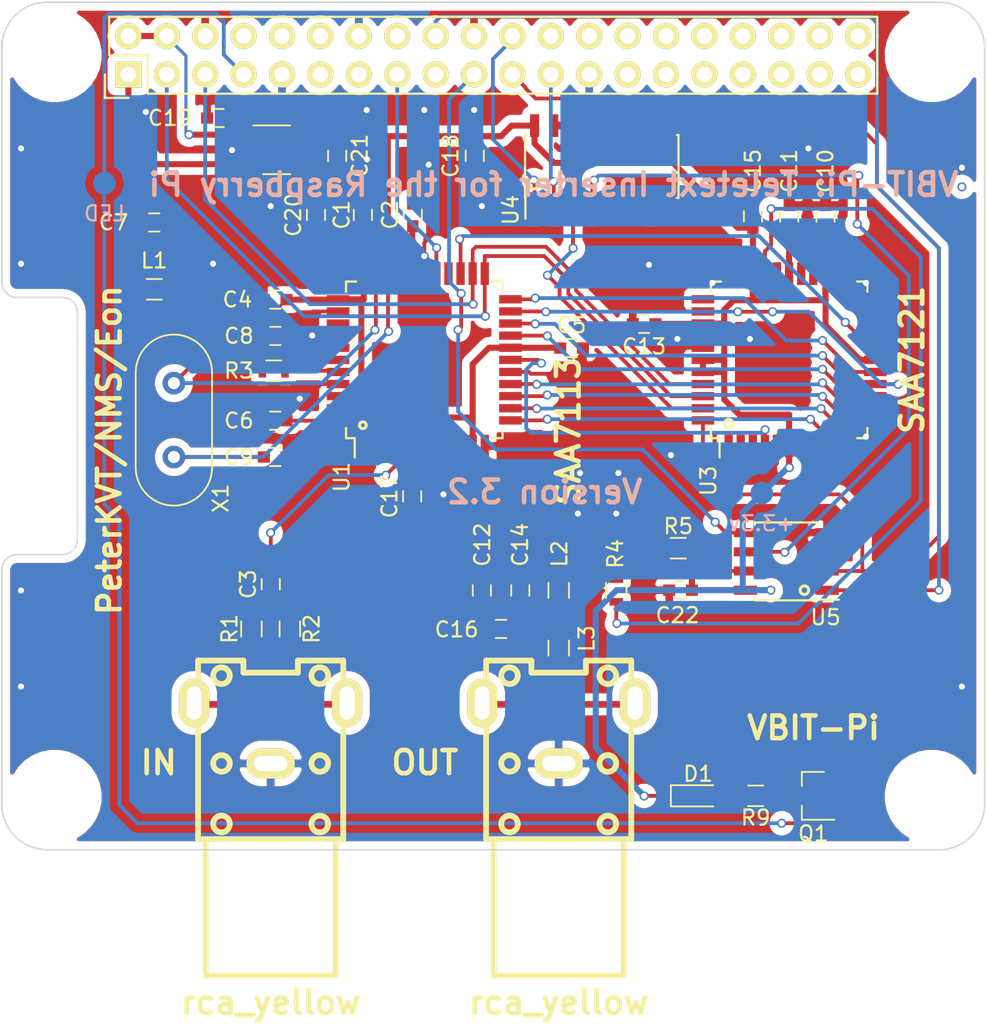
<source format=kicad_pcb>
(kicad_pcb (version 20171130) (host pcbnew "(5.1.0)-1")
  (title_block (title "VBIT-Pi V3") (date 2018-11-06) (rev 2) (company NMS) (comment 1 "Original Circuit by Peter Kwan") (comment 2 "V3 PCB By Nathan Dane"))
  (layers (0 F.Cu signal) (31 B.Cu signal hide) (34 B.Paste user) (35 F.Paste user hide) (36 B.SilkS user) (37 F.SilkS user) (38 B.Mask user) (39 F.Mask user hide) (44 Edge.Cuts user))
  (net 0 "")
  (net 1 "Net-(J2-Pad8)")
  (net 2 "Net-(J2-Pad10)")
  (net 3 "Net-(J2-Pad11)")
  (net 4 "Net-(J2-Pad12)")
  (net 5 "Net-(J2-Pad13)")
  (net 6 "Net-(J2-Pad16)")
  (net 7 "Net-(J2-Pad17)")
  (net 8 "Net-(J2-Pad24)")
  (net 9 "Net-(J2-Pad26)")
  (net 10 "Net-(J2-Pad27)")
  (net 11 "Net-(J2-Pad28)")
  (net 12 "Net-(J2-Pad29)")
  (net 13 "Net-(J2-Pad30)")
  (net 14 "Net-(J2-Pad31)")
  (net 15 "Net-(J2-Pad32)")
  (net 16 "Net-(J2-Pad33)")
  (net 17 "Net-(J2-Pad34)")
  (net 18 "Net-(J2-Pad35)")
  (net 19 "Net-(J2-Pad36)")
  (net 20 "Net-(J2-Pad37)")
  (net 21 "Net-(J2-Pad38)")
  (net 22 "Net-(J2-Pad39)")
  (net 23 "Net-(J2-Pad40)")
  (net 24 GND)
  (net 25 +3.3V)
  (net 26 "Net-(C3-Pad1)")
  (net 27 "Net-(C3-Pad2)")
  (net 28 "Net-(C6-Pad2)")
  (net 29 "Net-(C7-Pad1)")
  (net 30 "Net-(C8-Pad1)")
  (net 31 "Net-(C9-Pad1)")
  (net 32 "Net-(C12-Pad1)")
  (net 33 "Net-(C14-Pad2)")
  (net 34 "Net-(C17-Pad2)")
  (net 35 "5V Power")
  (net 36 "Net-(C20-Pad1)")
  (net 37 "Net-(D1-Pad2)")
  (net 38 "Net-(L3-Pad2)")
  (net 39 "3V3 Power")
  (net 40 SDA)
  (net 41 SCL)
  (net 42 LED)
  (net 43 FLD)
  (net 44 CS)
  (net 45 MOSI)
  (net 46 MISO)
  (net 47 MUX)
  (net 48 SCLK)
  (net 49 "Net-(Q1-Pad3)")
  (net 50 "Net-(P2-Pad1)")
  (net 51 "Net-(R3-Pad1)")
  (net 52 "Net-(R4-Pad1)")
  (net 53 "Net-(R5-Pad2)")
  (net 54 "Net-(U1-Pad1)")
  (net 55 "Net-(U1-Pad7)")
  (net 56 "Net-(U1-Pad9)")
  (net 57 /DVID7)
  (net 58 /DVID6)
  (net 59 /DVID5)
  (net 60 /DVID4)
  (net 61 /LLC)
  (net 62 /DVID3)
  (net 63 /DVID2)
  (net 64 /DVID1)
  (net 65 /DVID0)
  (net 66 /RTC)
  (net 67 "Net-(U1-Pad26)")
  (net 68 "Net-(U1-Pad36)")
  (net 69 "Net-(U1-Pad38)")
  (net 70 "Net-(U1-Pad39)")
  (net 71 "Net-(U1-Pad43)")
  (net 72 "Net-(U3-Pad1)")
  (net 73 "Net-(U3-Pad7)")
  (net 74 "Net-(U3-Pad8)")
  (net 75 "Net-(U3-Pad20)")
  (net 76 "Net-(U3-Pad22)")
  (net 77 "Net-(U3-Pad23)")
  (net 78 "Net-(U3-Pad24)")
  (net 79 "Net-(U3-Pad26)")
  (net 80 "Net-(U3-Pad27)")
  (net 81 "Net-(U3-Pad29)")
  (net 82 "Net-(U3-Pad34)")
  (net 83 "Net-(U3-Pad37)")
  (net 84 TTXRQ)
  (net 85 "Net-(U4-Pad4)")
  (net 86 "Net-(U4-Pad7)")
  (net 87 "Net-(U4-Pad9)")
  (net 88 "Net-(U4-Pad12)")
  (net 89 "Net-(U5-Pad3)")
  (module RPi_Hat:Pin_Header_Straight_2x20 (layer F.Cu) (at 141.72 73.85 90)
    (fp_text reference "" (at -4.191 -24.13 90) (layer F.SilkS))
    (fp_text value RPi_GPIO)
    (pad 1 thru_hole rect (at -1.27 -24.13 90) (size 1.7272 1.7272) (drill 1.016) (layers *.Cu *.Mask F.SilkS) (net 39 "3V3 Power"))
    (pad 2 thru_hole oval (at 1.27 -24.13 90) (size 1.7272 1.7272) (drill 1.016) (layers *.Cu *.Mask F.SilkS) (net 35 "5V Power"))
    (pad 3 thru_hole oval (at -1.27 -21.59 90) (size 1.7272 1.7272) (drill 1.016) (layers *.Cu *.Mask F.SilkS) (net 40 SDA))
    (pad 4 thru_hole oval (at 1.27 -21.59 90) (size 1.7272 1.7272) (drill 1.016) (layers *.Cu *.Mask F.SilkS) (net 35 "5V Power"))
    (pad 5 thru_hole oval (at -1.27 -19.05 90) (size 1.7272 1.7272) (drill 1.016) (layers *.Cu *.Mask F.SilkS) (net 41 SCL))
    (pad 6 thru_hole oval (at 1.27 -19.05 90) (size 1.7272 1.7272) (drill 1.016) (layers *.Cu *.Mask F.SilkS) (net 24 GND))
    (pad 7 thru_hole oval (at -1.27 -16.51 90) (size 1.7272 1.7272) (drill 1.016) (layers *.Cu *.Mask F.SilkS) (net 42 LED))
    (pad 8 thru_hole oval (at 1.27 -16.51 90) (size 1.7272 1.7272) (drill 1.016) (layers *.Cu *.Mask F.SilkS) (net 1 "Net-(J2-Pad8)"))
    (pad 9 thru_hole oval (at -1.27 -13.97 90) (size 1.7272 1.7272) (drill 1.016) (layers *.Cu *.Mask F.SilkS) (net 24 GND))
    (pad 10 thru_hole oval (at 1.27 -13.97 90) (size 1.7272 1.7272) (drill 1.016) (layers *.Cu *.Mask F.SilkS) (net 2 "Net-(J2-Pad10)"))
    (pad 11 thru_hole oval (at -1.27 -11.43 90) (size 1.7272 1.7272) (drill 1.016) (layers *.Cu *.Mask F.SilkS) (net 3 "Net-(J2-Pad11)"))
    (pad 12 thru_hole oval (at 1.27 -11.43 90) (size 1.7272 1.7272) (drill 1.016) (layers *.Cu *.Mask F.SilkS) (net 4 "Net-(J2-Pad12)"))
    (pad 13 thru_hole oval (at -1.27 -8.89 90) (size 1.7272 1.7272) (drill 1.016) (layers *.Cu *.Mask F.SilkS) (net 5 "Net-(J2-Pad13)"))
    (pad 14 thru_hole oval (at 1.27 -8.89 90) (size 1.7272 1.7272) (drill 1.016) (layers *.Cu *.Mask F.SilkS) (net 24 GND))
    (pad 15 thru_hole oval (at -1.27 -6.35 90) (size 1.7272 1.7272) (drill 1.016) (layers *.Cu *.Mask F.SilkS) (net 43 FLD))
    (pad 16 thru_hole oval (at 1.27 -6.35 90) (size 1.7272 1.7272) (drill 1.016) (layers *.Cu *.Mask F.SilkS) (net 6 "Net-(J2-Pad16)"))
    (pad 17 thru_hole oval (at -1.27 -3.81 90) (size 1.7272 1.7272) (drill 1.016) (layers *.Cu *.Mask F.SilkS) (net 7 "Net-(J2-Pad17)"))
    (pad 18 thru_hole oval (at 1.27 -3.81 90) (size 1.7272 1.7272) (drill 1.016) (layers *.Cu *.Mask F.SilkS) (net 44 CS))
    (pad 19 thru_hole oval (at -1.27 -1.27 90) (size 1.7272 1.7272) (drill 1.016) (layers *.Cu *.Mask F.SilkS) (net 45 MOSI))
    (pad 20 thru_hole oval (at 1.27 -1.27 90) (size 1.7272 1.7272) (drill 1.016) (layers *.Cu *.Mask F.SilkS) (net 24 GND))
    (pad 21 thru_hole oval (at -1.27 1.27 90) (size 1.7272 1.7272) (drill 1.016) (layers *.Cu *.Mask F.SilkS) (net 46 MISO))
    (pad 22 thru_hole oval (at 1.27 1.27 90) (size 1.7272 1.7272) (drill 1.016) (layers *.Cu *.Mask F.SilkS) (net 47 MUX))
    (pad 23 thru_hole oval (at -1.27 3.81 90) (size 1.7272 1.7272) (drill 1.016) (layers *.Cu *.Mask F.SilkS) (net 48 SCLK))
    (pad 24 thru_hole oval (at 1.27 3.81 90) (size 1.7272 1.7272) (drill 1.016) (layers *.Cu *.Mask F.SilkS) (net 8 "Net-(J2-Pad24)"))
    (pad 25 thru_hole oval (at -1.27 6.35 90) (size 1.7272 1.7272) (drill 1.016) (layers *.Cu *.Mask F.SilkS) (net 24 GND))
    (pad 26 thru_hole oval (at 1.27 6.35 90) (size 1.7272 1.7272) (drill 1.016) (layers *.Cu *.Mask F.SilkS) (net 9 "Net-(J2-Pad26)"))
    (pad 27 thru_hole oval (at -1.27 8.89 90) (size 1.7272 1.7272) (drill 1.016) (layers *.Cu *.Mask F.SilkS) (net 10 "Net-(J2-Pad27)"))
    (pad 28 thru_hole oval (at 1.27 8.89 90) (size 1.7272 1.7272) (drill 1.016) (layers *.Cu *.Mask F.SilkS) (net 11 "Net-(J2-Pad28)"))
    (pad 29 thru_hole oval (at -1.27 11.43 90) (size 1.7272 1.7272) (drill 1.016) (layers *.Cu *.Mask F.SilkS) (net 12 "Net-(J2-Pad29)"))
    (pad 30 thru_hole oval (at 1.27 11.43 90) (size 1.7272 1.7272) (drill 1.016) (layers *.Cu *.Mask F.SilkS) (net 13 "Net-(J2-Pad30)"))
    (pad 31 thru_hole oval (at -1.27 13.97 90) (size 1.7272 1.7272) (drill 1.016) (layers *.Cu *.Mask F.SilkS) (net 14 "Net-(J2-Pad31)"))
    (pad 32 thru_hole oval (at 1.27 13.97 90) (size 1.7272 1.7272) (drill 1.016) (layers *.Cu *.Mask F.SilkS) (net 15 "Net-(J2-Pad32)"))
    (pad 33 thru_hole oval (at -1.27 16.51 90) (size 1.7272 1.7272) (drill 1.016) (layers *.Cu *.Mask F.SilkS) (net 16 "Net-(J2-Pad33)"))
    (pad 34 thru_hole oval (at 1.27 16.51 90) (size 1.7272 1.7272) (drill 1.016) (layers *.Cu *.Mask F.SilkS) (net 17 "Net-(J2-Pad34)"))
    (pad 35 thru_hole oval (at -1.27 19.05 90) (size 1.7272 1.7272) (drill 1.016) (layers *.Cu *.Mask F.SilkS) (net 18 "Net-(J2-Pad35)"))
    (pad 36 thru_hole oval (at 1.27 19.05 90) (size 1.7272 1.7272) (drill 1.016) (layers *.Cu *.Mask F.SilkS) (net 19 "Net-(J2-Pad36)"))
    (pad 37 thru_hole oval (at -1.27 21.59 90) (size 1.7272 1.7272) (drill 1.016) (layers *.Cu *.Mask F.SilkS) (net 20 "Net-(J2-Pad37)"))
    (pad 38 thru_hole oval (at 1.27 21.59 90) (size 1.7272 1.7272) (drill 1.016) (layers *.Cu *.Mask F.SilkS) (net 21 "Net-(J2-Pad38)"))
    (pad 39 thru_hole oval (at -1.27 24.13 90) (size 1.7272 1.7272) (drill 1.016) (layers *.Cu *.Mask F.SilkS) (net 22 "Net-(J2-Pad39)"))
    (pad 40 thru_hole oval (at 1.27 24.13 90) (size 1.7272 1.7272) (drill 1.016) (layers *.Cu *.Mask F.SilkS) (net 23 "Net-(J2-Pad40)"))
  )
  (module RPi_Hat:RPi_Hat_Mounting_Hole (layer F.Cu) (at 170.72 73.85)
    (fp_text reference "" hide)
    (fp_text value "" hide)
    (pad "" np_thru_hole circle (at 0 0) (size 2.75 2.75) (drill 2.75) (layers *.Cu *.Mask) (clearance 1.725))
  )
  (module RPi_Hat:RPi_Hat_Mounting_Hole (layer F.Cu) (at 170.72 122.85)
    (fp_text reference "" hide)
    (fp_text value "" hide)
    (pad "" np_thru_hole circle (at 0 0) (size 2.75 2.75) (drill 2.75) (layers *.Cu *.Mask) (clearance 1.725))
  )
  (module RPi_Hat:RPi_Hat_Mounting_Hole (layer F.Cu) (at 112.72 122.85)
    (fp_text reference "" hide)
    (fp_text value "" hide)
    (pad "" np_thru_hole circle (at 0 0) (size 2.75 2.75) (drill 2.75) (layers *.Cu *.Mask) (clearance 1.725))
  )
  (module RPi_Hat:RPi_Hat_Mounting_Hole (layer F.Cu) (at 112.72 73.85)
    (fp_text reference "" hide)
    (fp_text value "" hide)
    (pad "" np_thru_hole circle (at 0 0) (size 2.75 2.75) (drill 2.75) (layers *.Cu *.Mask) (clearance 1.725))
  )
  (module Capacitors_SMD:C_0603 (layer F.Cu) (at 133.1 84.4 90)
    (fp_text reference C1 (at 0 -1.4 90) (layer F.SilkS))
    (fp_text value 100nF)
    (pad 2 smd rect (at 0.75 0 90) (size 0.8 0.75) (layers F.Cu F.Paste F.Mask) (net 24 GND))
    (pad 1 smd rect (at -0.75 0 90) (size 0.8 0.75) (layers F.Cu F.Paste F.Mask) (net 25 +3.3V))
  )
  (module Capacitors_SMD:C_0603 (layer F.Cu) (at 136.4 84.4 90)
    (fp_text reference C2 (at 0 -1.5 90) (layer F.SilkS))
    (fp_text value 100nF)
    (pad 2 smd rect (at 0.75 0 90) (size 0.8 0.75) (layers F.Cu F.Paste F.Mask) (net 24 GND))
    (pad 1 smd rect (at -0.75 0 90) (size 0.8 0.75) (layers F.Cu F.Paste F.Mask) (net 25 +3.3V))
  )
  (module Capacitors_SMD:C_0603 (layer F.Cu) (at 127.3 90 180)
    (fp_text reference C4 (at 2.5 0 180) (layer F.SilkS))
    (fp_text value 100nF)
    (pad 2 smd rect (at 0.75 0 180) (size 0.8 0.75) (layers F.Cu F.Paste F.Mask) (net 24 GND))
    (pad 1 smd rect (at -0.75 0 180) (size 0.8 0.75) (layers F.Cu F.Paste F.Mask) (net 25 +3.3V))
  )
  (module Capacitors_SMD:C_0603 (layer F.Cu) (at 146.9 93.2)
    (fp_text reference C5 (at 0 -1.5) (layer F.SilkS))
    (fp_text value 100nF)
    (pad 2 smd rect (at 0.75 0) (size 0.8 0.75) (layers F.Cu F.Paste F.Mask) (net 24 GND))
    (pad 1 smd rect (at -0.75 0) (size 0.8 0.75) (layers F.Cu F.Paste F.Mask) (net 25 +3.3V))
  )
  (module Capacitors_SMD:C_0603 (layer F.Cu) (at 127.3 98)
    (fp_text reference C6 (at -2.4 0) (layer F.SilkS))
    (fp_text value 47nF)
    (pad 2 smd rect (at 0.75 0) (size 0.8 0.75) (layers F.Cu F.Paste F.Mask) (net 28 "Net-(C6-Pad2)"))
    (pad 1 smd rect (at -0.75 0) (size 0.8 0.75) (layers F.Cu F.Paste F.Mask) (net 24 GND))
  )
  (module Capacitors_SMD:C_0603 (layer F.Cu) (at 119.3 84.9)
    (fp_text reference C7 (at -2.69 0) (layer F.SilkS))
    (fp_text value 1nF)
    (pad 2 smd rect (at 0.75 0) (size 0.8 0.75) (layers F.Cu F.Paste F.Mask) (net 24 GND))
    (pad 1 smd rect (at -0.75 0) (size 0.8 0.75) (layers F.Cu F.Paste F.Mask) (net 29 "Net-(C7-Pad1)"))
  )
  (module Capacitors_SMD:C_0603 (layer F.Cu) (at 127.3 92.4)
    (fp_text reference C8 (at -2.4 0) (layer F.SilkS))
    (fp_text value 10pF)
    (pad 2 smd rect (at 0.75 0) (size 0.8 0.75) (layers F.Cu F.Paste F.Mask) (net 24 GND))
    (pad 1 smd rect (at -0.75 0) (size 0.8 0.75) (layers F.Cu F.Paste F.Mask) (net 30 "Net-(C8-Pad1)"))
  )
  (module Capacitors_SMD:C_0603 (layer F.Cu) (at 127.3 100.4)
    (fp_text reference C9 (at -2.4 0) (layer F.SilkS))
    (fp_text value 10pF)
    (pad 2 smd rect (at 0.75 0) (size 0.8 0.75) (layers F.Cu F.Paste F.Mask) (net 24 GND))
    (pad 1 smd rect (at -0.75 0) (size 0.8 0.75) (layers F.Cu F.Paste F.Mask) (net 31 "Net-(C9-Pad1)"))
  )
  (module Capacitors_SMD:C_0603 (layer F.Cu) (at 163.7 84.5 90)
    (fp_text reference C10 (at 3 0 90) (layer F.SilkS))
    (fp_text value 100nF)
    (pad 2 smd rect (at 0.75 0 90) (size 0.8 0.75) (layers F.Cu F.Paste F.Mask) (net 24 GND))
    (pad 1 smd rect (at -0.75 0 90) (size 0.8 0.75) (layers F.Cu F.Paste F.Mask) (net 25 +3.3V))
  )
  (module Capacitors_SMD:C_0603 (layer F.Cu) (at 161.3 84.5 90)
    (fp_text reference C11 (at 3 0 90) (layer F.SilkS))
    (fp_text value 100nF)
    (pad 2 smd rect (at 0.75 0 90) (size 0.8 0.75) (layers F.Cu F.Paste F.Mask) (net 24 GND))
    (pad 1 smd rect (at -0.75 0 90) (size 0.8 0.75) (layers F.Cu F.Paste F.Mask) (net 25 +3.3V))
  )
  (module Capacitors_SMD:C_0603 (layer F.Cu) (at 140.97 109.22 270)
    (fp_text reference C12 (at -3.02 -0.03 270) (layer F.SilkS))
    (fp_text value 390pF)
    (pad 2 smd rect (at 0.75 0 270) (size 0.8 0.75) (layers F.Cu F.Paste F.Mask) (net 24 GND))
    (pad 1 smd rect (at -0.75 0 270) (size 0.8 0.75) (layers F.Cu F.Paste F.Mask) (net 32 "Net-(C12-Pad1)"))
  )
  (module Capacitors_SMD:C_0603 (layer F.Cu) (at 151.7 91.6 180)
    (fp_text reference C13 (at 0 -1.5 180) (layer F.SilkS))
    (fp_text value 100nF)
    (pad 2 smd rect (at 0.75 0 180) (size 0.8 0.75) (layers F.Cu F.Paste F.Mask) (net 24 GND))
    (pad 1 smd rect (at -0.75 0 180) (size 0.8 0.75) (layers F.Cu F.Paste F.Mask) (net 25 +3.3V))
  )
  (module Capacitors_SMD:C_0603 (layer F.Cu) (at 143.51 109.22 270)
    (fp_text reference C14 (at -3.02 0.01 270) (layer F.SilkS))
    (fp_text value 120pF)
    (pad 2 smd rect (at 0.75 0 270) (size 0.8 0.75) (layers F.Cu F.Paste F.Mask) (net 33 "Net-(C14-Pad2)"))
    (pad 1 smd rect (at -0.75 0 270) (size 0.8 0.75) (layers F.Cu F.Paste F.Mask) (net 32 "Net-(C12-Pad1)"))
  )
  (module Capacitors_SMD:C_0603 (layer F.Cu) (at 158.9 84.5 90)
    (fp_text reference C15 (at 3 0 90) (layer F.SilkS))
    (fp_text value 100nF)
    (pad 2 smd rect (at 0.75 0 90) (size 0.8 0.75) (layers F.Cu F.Paste F.Mask) (net 24 GND))
    (pad 1 smd rect (at -0.75 0 90) (size 0.8 0.75) (layers F.Cu F.Paste F.Mask) (net 25 +3.3V))
  )
  (module Capacitors_SMD:C_0603 (layer F.Cu) (at 142.24 111.76 180)
    (fp_text reference C16 (at 2.94 -0.04 180) (layer F.SilkS))
    (fp_text value 560pF)
    (pad 2 smd rect (at 0.75 0 180) (size 0.8 0.75) (layers F.Cu F.Paste F.Mask) (net 24 GND))
    (pad 1 smd rect (at -0.75 0 180) (size 0.8 0.75) (layers F.Cu F.Paste F.Mask) (net 33 "Net-(C14-Pad2)"))
  )
  (module Capacitors_SMD:C_0603 (layer F.Cu) (at 140.5 80.5 270)
    (fp_text reference C18 (at 0 1.6 270) (layer F.SilkS))
    (fp_text value 100nF)
    (pad 2 smd rect (at 0.75 0 270) (size 0.8 0.75) (layers F.Cu F.Paste F.Mask) (net 24 GND))
    (pad 1 smd rect (at -0.75 0 270) (size 0.8 0.75) (layers F.Cu F.Paste F.Mask) (net 25 +3.3V))
  )
  (module Capacitors_SMD:C_0603 (layer F.Cu) (at 123.55 78 180)
    (fp_text reference C19 (at 3.21 0 180) (layer F.SilkS))
    (fp_text value 2u2)
    (pad 2 smd rect (at 0.75 0 180) (size 0.8 0.75) (layers F.Cu F.Paste F.Mask) (net 24 GND))
    (pad 1 smd rect (at -0.75 0 180) (size 0.8 0.75) (layers F.Cu F.Paste F.Mask) (net 35 "5V Power"))
  )
  (module Capacitors_SMD:C_0603 (layer F.Cu) (at 130 84.4 270)
    (fp_text reference C20 (at 0 1.5 270) (layer F.SilkS))
    (fp_text value 10nF)
    (pad 2 smd rect (at 0.75 0 270) (size 0.8 0.75) (layers F.Cu F.Paste F.Mask) (net 24 GND))
    (pad 1 smd rect (at -0.75 0 270) (size 0.8 0.75) (layers F.Cu F.Paste F.Mask) (net 36 "Net-(C20-Pad1)"))
  )
  (module Capacitors_SMD:C_0603 (layer F.Cu) (at 131.4 80.5 270)
    (fp_text reference C21 (at 0 -1.5 270) (layer F.SilkS))
    (fp_text value 2u2)
    (pad 2 smd rect (at 0.75 0 270) (size 0.8 0.75) (layers F.Cu F.Paste F.Mask) (net 24 GND))
    (pad 1 smd rect (at -0.75 0 270) (size 0.8 0.75) (layers F.Cu F.Paste F.Mask) (net 25 +3.3V))
  )
  (module LEDs:LED_0805 (layer F.Cu) (at 155.27 122.79)
    (fp_text reference D1 (at 0 -1.45) (layer F.SilkS))
    (fp_text value LED)
    (pad 2 smd rect (at 1.1 0 180) (size 1.2 1.2) (layers F.Cu F.Paste F.Mask) (net 37 "Net-(D1-Pad2)"))
    (pad 1 smd rect (at -1.1 0 180) (size 1.2 1.2) (layers F.Cu F.Paste F.Mask) (net 25 +3.3V))
  )
  (module Inductors_SMD:L_0603 (layer F.Cu) (at 146.05 109.22 270)
    (fp_text reference L2 (at -2.42 -0.05 270) (layer F.SilkS))
    (fp_text value 2u7)
    (pad 1 smd rect (at -0.75 0 270) (size 0.5 0.9) (layers F.Cu F.Paste F.Mask) (net 32 "Net-(C12-Pad1)"))
    (pad 2 smd rect (at 0.75 0 270) (size 0.5 0.9) (layers F.Cu F.Paste F.Mask) (net 33 "Net-(C14-Pad2)"))
  )
  (module Inductors_SMD:L_0603 (layer F.Cu) (at 146.05 113.03 270)
    (fp_text reference L3 (at -0.63 -1.85 270) (layer F.SilkS))
    (fp_text value 2u7)
    (pad 1 smd rect (at -0.75 0 270) (size 0.5 0.9) (layers F.Cu F.Paste F.Mask) (net 33 "Net-(C14-Pad2)"))
    (pad 2 smd rect (at 0.75 0 270) (size 0.5 0.9) (layers F.Cu F.Paste F.Mask) (net 38 "Net-(L3-Pad2)"))
  )
  (module TO_SOT_Packages_SMD:SOT-23 (layer F.Cu) (at 162.89 122.79 180)
    (fp_text reference Q1 (at 0 -2.5 180) (layer F.SilkS))
    (fp_text value DTC143E)
    (pad 1 smd rect (at -1 -0.95 180) (size 0.9 0.8) (layers F.Cu F.Paste F.Mask) (net 42 LED))
    (pad 2 smd rect (at -1 0.95 180) (size 0.9 0.8) (layers F.Cu F.Paste F.Mask) (net 24 GND))
    (pad 3 smd rect (at 1 0 180) (size 0.9 0.8) (layers F.Cu F.Paste F.Mask) (net 49 "Net-(Q1-Pad3)"))
  )
  (module Resistors_SMD:R_0603 (layer F.Cu) (at 125.73 111.76 90)
    (fp_text reference R1 (at 0 -1.45 90) (layer F.SilkS))
    (fp_text value 18R)
    (pad 1 smd rect (at -0.75 0 90) (size 0.5 0.9) (layers F.Cu F.Paste F.Mask) (net 50 "Net-(P2-Pad1)"))
    (pad 2 smd rect (at 0.75 0 90) (size 0.5 0.9) (layers F.Cu F.Paste F.Mask) (net 26 "Net-(C3-Pad1)"))
  )
  (module Resistors_SMD:R_0603 (layer F.Cu) (at 128.27 111.76 270)
    (fp_text reference R2 (at 0 -1.45 270) (layer F.SilkS))
    (fp_text value 56R)
    (pad 1 smd rect (at -0.75 0 270) (size 0.5 0.9) (layers F.Cu F.Paste F.Mask) (net 26 "Net-(C3-Pad1)"))
    (pad 2 smd rect (at 0.75 0 270) (size 0.5 0.9) (layers F.Cu F.Paste F.Mask) (net 24 GND))
  )
  (module Resistors_SMD:R_0603 (layer F.Cu) (at 127.2 94.7 180)
    (fp_text reference R3 (at 2.3 0 180) (layer F.SilkS))
    (fp_text value 1k)
    (pad 1 smd rect (at -0.75 0 180) (size 0.5 0.9) (layers F.Cu F.Paste F.Mask) (net 51 "Net-(R3-Pad1)"))
    (pad 2 smd rect (at 0.75 0 180) (size 0.5 0.9) (layers F.Cu F.Paste F.Mask) (net 25 +3.3V))
  )
  (module Resistors_SMD:R_0603 (layer F.Cu) (at 149.86 109.22 90)
    (fp_text reference R4 (at 2.42 -0.06 90) (layer F.SilkS))
    (fp_text value 8R2)
    (pad 1 smd rect (at -0.75 0 90) (size 0.5 0.9) (layers F.Cu F.Paste F.Mask) (net 52 "Net-(R4-Pad1)"))
    (pad 2 smd rect (at 0.75 0 90) (size 0.5 0.9) (layers F.Cu F.Paste F.Mask) (net 32 "Net-(C12-Pad1)"))
  )
  (module Resistors_SMD:R_0603 (layer F.Cu) (at 153.96 106.426)
    (fp_text reference R5 (at 0 -1.45) (layer F.SilkS))
    (fp_text value 47k)
    (pad 1 smd rect (at -0.75 0) (size 0.5 0.9) (layers F.Cu F.Paste F.Mask) (net 25 +3.3V))
    (pad 2 smd rect (at 0.75 0) (size 0.5 0.9) (layers F.Cu F.Paste F.Mask) (net 53 "Net-(R5-Pad2)"))
  )
  (module Resistors_SMD:R_0603 (layer F.Cu) (at 159.08 122.79 180)
    (fp_text reference R9 (at 0 -1.45 180) (layer F.SilkS))
    (fp_text value 220R)
    (pad 1 smd rect (at -0.75 0 180) (size 0.5 0.9) (layers F.Cu F.Paste F.Mask) (net 49 "Net-(Q1-Pad3)"))
    (pad 2 smd rect (at 0.75 0 180) (size 0.5 0.9) (layers F.Cu F.Paste F.Mask) (net 37 "Net-(D1-Pad2)"))
  )
  (module Housings_QFP:TQFP-44_10x10mm_Pitch0.8mm (layer F.Cu) (at 137.16 93.98 90)
    (fp_text reference U1 (at -7.747 -5.461 90) (layer F.SilkS))
    (fp_text value SAA7113)
    (pad 1 smd rect (at -5.7 -4 90) (size 1.5 0.55) (layers F.Cu F.Paste F.Mask) (net 54 "Net-(U1-Pad1)"))
    (pad 2 smd rect (at -5.7 -3.2 90) (size 1.5 0.55) (layers F.Cu F.Paste F.Mask) (net 24 GND))
    (pad 3 smd rect (at -5.7 -2.4 90) (size 1.5 0.55) (layers F.Cu F.Paste F.Mask) (net 25 +3.3V))
    (pad 4 smd rect (at -5.7 -1.6 90) (size 1.5 0.55) (layers F.Cu F.Paste F.Mask) (net 27 "Net-(C3-Pad2)"))
    (pad 5 smd rect (at -5.7 -0.8 90) (size 1.5 0.55) (layers F.Cu F.Paste F.Mask) (net 34 "Net-(C17-Pad2)"))
    (pad 6 smd rect (at -5.7 0 90) (size 1.5 0.55) (layers F.Cu F.Paste F.Mask) (net 24 GND))
    (pad 7 smd rect (at -5.7 0.8 90) (size 1.5 0.55) (layers F.Cu F.Paste F.Mask) (net 55 "Net-(U1-Pad7)"))
    (pad 8 smd rect (at -5.7 1.6 90) (size 1.5 0.55) (layers F.Cu F.Paste F.Mask) (net 24 GND))
    (pad 9 smd rect (at -5.7 2.4 90) (size 1.5 0.55) (layers F.Cu F.Paste F.Mask) (net 56 "Net-(U1-Pad9)"))
    (pad 10 smd rect (at -5.7 3.2 90) (size 1.5 0.55) (layers F.Cu F.Paste F.Mask) (net 25 +3.3V))
    (pad 11 smd rect (at -5.7 4 90) (size 1.5 0.55) (layers F.Cu F.Paste F.Mask) (net 24 GND))
    (pad 12 smd rect (at -4 5.7 180) (size 1.5 0.55) (layers F.Cu F.Paste F.Mask) (net 57 /DVID7))
    (pad 13 smd rect (at -3.2 5.7 180) (size 1.5 0.55) (layers F.Cu F.Paste F.Mask) (net 58 /DVID6))
    (pad 14 smd rect (at -2.4 5.7 180) (size 1.5 0.55) (layers F.Cu F.Paste F.Mask) (net 59 /DVID5))
    (pad 15 smd rect (at -1.6 5.7 180) (size 1.5 0.55) (layers F.Cu F.Paste F.Mask) (net 60 /DVID4))
    (pad 16 smd rect (at -0.8 5.7 180) (size 1.5 0.55) (layers F.Cu F.Paste F.Mask) (net 24 GND))
    (pad 17 smd rect (at 0 5.7 180) (size 1.5 0.55) (layers F.Cu F.Paste F.Mask) (net 61 /LLC))
    (pad 18 smd rect (at 0.8 5.7 180) (size 1.5 0.55) (layers F.Cu F.Paste F.Mask) (net 25 +3.3V))
    (pad 19 smd rect (at 1.6 5.7 180) (size 1.5 0.55) (layers F.Cu F.Paste F.Mask) (net 62 /DVID3))
    (pad 20 smd rect (at 2.4 5.7 180) (size 1.5 0.55) (layers F.Cu F.Paste F.Mask) (net 63 /DVID2))
    (pad 21 smd rect (at 3.2 5.7 180) (size 1.5 0.55) (layers F.Cu F.Paste F.Mask) (net 64 /DVID1))
    (pad 22 smd rect (at 4 5.7 180) (size 1.5 0.55) (layers F.Cu F.Paste F.Mask) (net 65 /DVID0))
    (pad 23 smd rect (at 5.7 4 90) (size 1.5 0.55) (layers F.Cu F.Paste F.Mask) (net 40 SDA))
    (pad 24 smd rect (at 5.7 3.2 90) (size 1.5 0.55) (layers F.Cu F.Paste F.Mask) (net 41 SCL))
    (pad 25 smd rect (at 5.7 2.4 90) (size 1.5 0.55) (layers F.Cu F.Paste F.Mask) (net 66 /RTC))
    (pad 26 smd rect (at 5.7 1.6 90) (size 1.5 0.55) (layers F.Cu F.Paste F.Mask) (net 67 "Net-(U1-Pad26)"))
    (pad 27 smd rect (at 5.7 0.8 90) (size 1.5 0.55) (layers F.Cu F.Paste F.Mask) (net 43 FLD))
    (pad 28 smd rect (at 5.7 0 90) (size 1.5 0.55) (layers F.Cu F.Paste F.Mask) (net 24 GND))
    (pad 29 smd rect (at 5.7 -0.8 90) (size 1.5 0.55) (layers F.Cu F.Paste F.Mask) (net 25 +3.3V))
    (pad 30 smd rect (at 5.7 -1.6 90) (size 1.5 0.55) (layers F.Cu F.Paste F.Mask) (net 24 GND))
    (pad 31 smd rect (at 5.7 -2.4 90) (size 1.5 0.55) (layers F.Cu F.Paste F.Mask) (net 31 "Net-(C9-Pad1)"))
    (pad 32 smd rect (at 5.7 -3.2 90) (size 1.5 0.55) (layers F.Cu F.Paste F.Mask) (net 30 "Net-(C8-Pad1)"))
    (pad 33 smd rect (at 5.7 -4 90) (size 1.5 0.55) (layers F.Cu F.Paste F.Mask) (net 25 +3.3V))
    (pad 34 smd rect (at 4 -5.7 180) (size 1.5 0.55) (layers F.Cu F.Paste F.Mask) (net 25 +3.3V))
    (pad 35 smd rect (at 3.2 -5.7 180) (size 1.5 0.55) (layers F.Cu F.Paste F.Mask) (net 24 GND))
    (pad 36 smd rect (at 2.4 -5.7 180) (size 1.5 0.55) (layers F.Cu F.Paste F.Mask) (net 68 "Net-(U1-Pad36)"))
    (pad 37 smd rect (at 1.6 -5.7 180) (size 1.5 0.55) (layers F.Cu F.Paste F.Mask) (net 24 GND))
    (pad 38 smd rect (at 0.8 -5.7 180) (size 1.5 0.55) (layers F.Cu F.Paste F.Mask) (net 69 "Net-(U1-Pad38)"))
    (pad 39 smd rect (at 0 -5.7 180) (size 1.5 0.55) (layers F.Cu F.Paste F.Mask) (net 70 "Net-(U1-Pad39)"))
    (pad 40 smd rect (at -0.8 -5.7 180) (size 1.5 0.55) (layers F.Cu F.Paste F.Mask) (net 51 "Net-(R3-Pad1)"))
    (pad 41 smd rect (at -1.6 -5.7 180) (size 1.5 0.55) (layers F.Cu F.Paste F.Mask) (net 24 GND))
    (pad 42 smd rect (at -2.4 -5.7 180) (size 1.5 0.55) (layers F.Cu F.Paste F.Mask) (net 25 +3.3V))
    (pad 43 smd rect (at -3.2 -5.7 180) (size 1.5 0.55) (layers F.Cu F.Paste F.Mask) (net 71 "Net-(U1-Pad43)"))
    (pad 44 smd rect (at -4 -5.7 180) (size 1.5 0.55) (layers F.Cu F.Paste F.Mask) (net 28 "Net-(C6-Pad2)"))
  )
  (module TO_SOT_Packages_SMD:SOT-23-5 (layer F.Cu) (at 127.4 80.1)
    (fp_text reference "" (at 0 -2.9) (layer F.SilkS))
    (fp_text value SP6203)
    (pad 1 smd rect (at -1.1 -0.95) (size 1.06 0.65) (layers F.Cu F.Paste F.Mask) (net 35 "5V Power"))
    (pad 2 smd rect (at -1.1 0) (size 1.06 0.65) (layers F.Cu F.Paste F.Mask) (net 24 GND))
    (pad 3 smd rect (at -1.1 0.95) (size 1.06 0.65) (layers F.Cu F.Paste F.Mask) (net 39 "3V3 Power"))
    (pad 4 smd rect (at 1.1 0.95) (size 1.06 0.65) (layers F.Cu F.Paste F.Mask) (net 36 "Net-(C20-Pad1)"))
    (pad 5 smd rect (at 1.1 -0.95) (size 1.06 0.65) (layers F.Cu F.Paste F.Mask) (net 25 +3.3V))
  )
  (module Housings_QFP:TQFP-44_10x10mm_Pitch0.8mm (layer F.Cu) (at 161.29 93.98 90)
    (fp_text reference U3 (at -8.001 -5.334 90) (layer F.SilkS))
    (fp_text value SAA7120H)
    (pad 1 smd rect (at -5.7 -4 90) (size 1.5 0.55) (layers F.Cu F.Paste F.Mask) (net 72 "Net-(U3-Pad1)"))
    (pad 2 smd rect (at -5.7 -3.2 90) (size 1.5 0.55) (layers F.Cu F.Paste F.Mask) (net 24 GND))
    (pad 3 smd rect (at -5.7 -2.4 90) (size 1.5 0.55) (layers F.Cu F.Paste F.Mask) (net 24 GND))
    (pad 4 smd rect (at -5.7 -1.6 90) (size 1.5 0.55) (layers F.Cu F.Paste F.Mask) (net 61 /LLC))
    (pad 5 smd rect (at -5.7 -0.8 90) (size 1.5 0.55) (layers F.Cu F.Paste F.Mask) (net 24 GND))
    (pad 6 smd rect (at -5.7 0 90) (size 1.5 0.55) (layers F.Cu F.Paste F.Mask) (net 25 +3.3V))
    (pad 7 smd rect (at -5.7 0.8 90) (size 1.5 0.55) (layers F.Cu F.Paste F.Mask) (net 73 "Net-(U3-Pad7)"))
    (pad 8 smd rect (at -5.7 1.6 90) (size 1.5 0.55) (layers F.Cu F.Paste F.Mask) (net 74 "Net-(U3-Pad8)"))
    (pad 9 smd rect (at -5.7 2.4 90) (size 1.5 0.55) (layers F.Cu F.Paste F.Mask) (net 57 /DVID7))
    (pad 10 smd rect (at -5.7 3.2 90) (size 1.5 0.55) (layers F.Cu F.Paste F.Mask) (net 58 /DVID6))
    (pad 11 smd rect (at -5.7 4 90) (size 1.5 0.55) (layers F.Cu F.Paste F.Mask) (net 59 /DVID5))
    (pad 12 smd rect (at -4 5.7 180) (size 1.5 0.55) (layers F.Cu F.Paste F.Mask) (net 60 /DVID4))
    (pad 13 smd rect (at -3.2 5.7 180) (size 1.5 0.55) (layers F.Cu F.Paste F.Mask) (net 62 /DVID3))
    (pad 14 smd rect (at -2.4 5.7 180) (size 1.5 0.55) (layers F.Cu F.Paste F.Mask) (net 63 /DVID2))
    (pad 15 smd rect (at -1.6 5.7 180) (size 1.5 0.55) (layers F.Cu F.Paste F.Mask) (net 64 /DVID1))
    (pad 16 smd rect (at -0.8 5.7 180) (size 1.5 0.55) (layers F.Cu F.Paste F.Mask) (net 65 /DVID0))
    (pad 17 smd rect (at 0 5.7 180) (size 1.5 0.55) (layers F.Cu F.Paste F.Mask) (net 25 +3.3V))
    (pad 18 smd rect (at 0.8 5.7 180) (size 1.5 0.55) (layers F.Cu F.Paste F.Mask) (net 24 GND))
    (pad 19 smd rect (at 1.6 5.7 180) (size 1.5 0.55) (layers F.Cu F.Paste F.Mask) (net 66 /RTC))
    (pad 20 smd rect (at 2.4 5.7 180) (size 1.5 0.55) (layers F.Cu F.Paste F.Mask) (net 75 "Net-(U3-Pad20)"))
    (pad 21 smd rect (at 3.2 5.7 180) (size 1.5 0.55) (layers F.Cu F.Paste F.Mask) (net 24 GND))
    (pad 22 smd rect (at 4 5.7 180) (size 1.5 0.55) (layers F.Cu F.Paste F.Mask) (net 76 "Net-(U3-Pad22)"))
    (pad 23 smd rect (at 5.7 4 90) (size 1.5 0.55) (layers F.Cu F.Paste F.Mask) (net 77 "Net-(U3-Pad23)"))
    (pad 24 smd rect (at 5.7 3.2 90) (size 1.5 0.55) (layers F.Cu F.Paste F.Mask) (net 78 "Net-(U3-Pad24)"))
    (pad 25 smd rect (at 5.7 2.4 90) (size 1.5 0.55) (layers F.Cu F.Paste F.Mask) (net 25 +3.3V))
    (pad 26 smd rect (at 5.7 1.6 90) (size 1.5 0.55) (layers F.Cu F.Paste F.Mask) (net 79 "Net-(U3-Pad26)"))
    (pad 27 smd rect (at 5.7 0.8 90) (size 1.5 0.55) (layers F.Cu F.Paste F.Mask) (net 80 "Net-(U3-Pad27)"))
    (pad 28 smd rect (at 5.7 0 90) (size 1.5 0.55) (layers F.Cu F.Paste F.Mask) (net 25 +3.3V))
    (pad 29 smd rect (at 5.7 -0.8 90) (size 1.5 0.55) (layers F.Cu F.Paste F.Mask) (net 81 "Net-(U3-Pad29)"))
    (pad 30 smd rect (at 5.7 -1.6 90) (size 1.5 0.55) (layers F.Cu F.Paste F.Mask) (net 52 "Net-(R4-Pad1)"))
    (pad 31 smd rect (at 5.7 -2.4 90) (size 1.5 0.55) (layers F.Cu F.Paste F.Mask) (net 25 +3.3V))
    (pad 32 smd rect (at 5.7 -3.2 90) (size 1.5 0.55) (layers F.Cu F.Paste F.Mask) (net 24 GND))
    (pad 33 smd rect (at 5.7 -4 90) (size 1.5 0.55) (layers F.Cu F.Paste F.Mask) (net 24 GND))
    (pad 34 smd rect (at 4 -5.7 180) (size 1.5 0.55) (layers F.Cu F.Paste F.Mask) (net 82 "Net-(U3-Pad34)"))
    (pad 35 smd rect (at 3.2 -5.7 180) (size 1.5 0.55) (layers F.Cu F.Paste F.Mask) (net 24 GND))
    (pad 36 smd rect (at 2.4 -5.7 180) (size 1.5 0.55) (layers F.Cu F.Paste F.Mask) (net 25 +3.3V))
    (pad 37 smd rect (at 1.6 -5.7 180) (size 1.5 0.55) (layers F.Cu F.Paste F.Mask) (net 83 "Net-(U3-Pad37)"))
    (pad 38 smd rect (at 0.8 -5.7 180) (size 1.5 0.55) (layers F.Cu F.Paste F.Mask) (net 24 GND))
    (pad 39 smd rect (at 0 -5.7 180) (size 1.5 0.55) (layers F.Cu F.Paste F.Mask) (net 25 +3.3V))
    (pad 40 smd rect (at -0.8 -5.7 180) (size 1.5 0.55) (layers F.Cu F.Paste F.Mask) (net 25 +3.3V))
    (pad 41 smd rect (at -1.6 -5.7 180) (size 1.5 0.55) (layers F.Cu F.Paste F.Mask) (net 41 SCL))
    (pad 42 smd rect (at -2.4 -5.7 180) (size 1.5 0.55) (layers F.Cu F.Paste F.Mask) (net 40 SDA))
    (pad 43 smd rect (at -3.2 -5.7 180) (size 1.5 0.55) (layers F.Cu F.Paste F.Mask) (net 84 TTXRQ))
    (pad 44 smd rect (at -4 -5.7 180) (size 1.5 0.55) (layers F.Cu F.Paste F.Mask) (net 46 MISO))
  )
  (module Housings_SOIC:SOIC-16_3.9x9.9mm_Pitch1.27mm (layer F.Cu) (at 148.9 81.2 90)
    (fp_text reference U4 (at -2.874 -6.025 90) (layer F.SilkS))
    (fp_text value 74LVC157)
    (pad 1 smd rect (at -2.7 -4.445 90) (size 1.5 0.6) (layers F.Cu F.Paste F.Mask) (net 47 MUX))
    (pad 2 smd rect (at -2.7 -3.175 90) (size 1.5 0.6) (layers F.Cu F.Paste F.Mask) (net 48 SCLK))
    (pad 3 smd rect (at -2.7 -1.905 90) (size 1.5 0.6) (layers F.Cu F.Paste F.Mask) (net 84 TTXRQ))
    (pad 4 smd rect (at -2.7 -0.635 90) (size 1.5 0.6) (layers F.Cu F.Paste F.Mask) (net 85 "Net-(U4-Pad4)"))
    (pad 5 smd rect (at -2.7 0.635 90) (size 1.5 0.6) (layers F.Cu F.Paste F.Mask) (net 24 GND))
    (pad 6 smd rect (at -2.7 1.905 90) (size 1.5 0.6) (layers F.Cu F.Paste F.Mask) (net 24 GND))
    (pad 7 smd rect (at -2.7 3.175 90) (size 1.5 0.6) (layers F.Cu F.Paste F.Mask) (net 86 "Net-(U4-Pad7)"))
    (pad 8 smd rect (at -2.7 4.445 90) (size 1.5 0.6) (layers F.Cu F.Paste F.Mask) (net 24 GND))
    (pad 9 smd rect (at 2.7 4.445 90) (size 1.5 0.6) (layers F.Cu F.Paste F.Mask) (net 87 "Net-(U4-Pad9)"))
    (pad 10 smd rect (at 2.7 3.175 90) (size 1.5 0.6) (layers F.Cu F.Paste F.Mask) (net 24 GND))
    (pad 11 smd rect (at 2.7 1.905 90) (size 1.5 0.6) (layers F.Cu F.Paste F.Mask) (net 24 GND))
    (pad 12 smd rect (at 2.7 0.635 90) (size 1.5 0.6) (layers F.Cu F.Paste F.Mask) (net 88 "Net-(U4-Pad12)"))
    (pad 13 smd rect (at 2.7 -0.635 90) (size 1.5 0.6) (layers F.Cu F.Paste F.Mask) (net 24 GND))
    (pad 14 smd rect (at 2.7 -1.905 90) (size 1.5 0.6) (layers F.Cu F.Paste F.Mask) (net 24 GND))
    (pad 15 smd rect (at 2.7 -3.175 90) (size 1.5 0.6) (layers F.Cu F.Paste F.Mask) (net 24 GND))
    (pad 16 smd rect (at 2.7 -4.445 90) (size 1.5 0.6) (layers F.Cu F.Paste F.Mask) (net 25 +3.3V))
  )
  (module Housings_SOIC:SOIC-8_3.9x4.9mm_Pitch1.27mm (layer F.Cu) (at 161.1 107.3 180)
    (fp_text reference U5 (at -2.603 -3.698 180) (layer F.SilkS))
    (fp_text value 23K256)
    (pad 1 smd rect (at -2.7 -1.905 180) (size 1.55 0.6) (layers F.Cu F.Paste F.Mask) (net 44 CS))
    (pad 2 smd rect (at -2.7 -0.635 180) (size 1.55 0.6) (layers F.Cu F.Paste F.Mask) (net 46 MISO))
    (pad 3 smd rect (at -2.7 0.635 180) (size 1.55 0.6) (layers F.Cu F.Paste F.Mask) (net 89 "Net-(U5-Pad3)"))
    (pad 4 smd rect (at -2.7 1.905 180) (size 1.55 0.6) (layers F.Cu F.Paste F.Mask) (net 24 GND))
    (pad 5 smd rect (at 2.7 1.905 180) (size 1.55 0.6) (layers F.Cu F.Paste F.Mask) (net 45 MOSI))
    (pad 6 smd rect (at 2.7 0.635 180) (size 1.55 0.6) (layers F.Cu F.Paste F.Mask) (net 85 "Net-(U4-Pad4)"))
    (pad 7 smd rect (at 2.7 -0.635 180) (size 1.55 0.6) (layers F.Cu F.Paste F.Mask) (net 53 "Net-(R5-Pad2)"))
    (pad 8 smd rect (at 2.7 -1.905 180) (size 1.55 0.6) (layers F.Cu F.Paste F.Mask) (net 25 +3.3V))
  )
  (module Crystals:Crystal_HC49-U_Vertical (layer F.Cu) (at 120.6 100.4 90)
    (fp_text reference X1 (at -2.724 3.098 90) (layer F.SilkS))
    (fp_text value 24.576MHz)
    (pad 1 thru_hole circle (at 0 0 90) (size 1.5 1.5) (drill 0.8) (layers *.Cu *.Mask) (net 31 "Net-(C9-Pad1)"))
    (pad 2 thru_hole circle (at 4.88 0 90) (size 1.5 1.5) (drill 0.8) (layers *.Cu *.Mask) (net 30 "Net-(C8-Pad1)"))
  )
  (module w_conn_av:rca_yellow (layer F.Cu) (at 127 120.65)
    (fp_text reference rca_yellow (at 0 15.7988) (layer F.SilkS) (effects (font (size 1.524 1.524) (thickness 0.3048))))
    (fp_text value IN (at -7.4 -0.05) (layer F.SilkS) (effects (font (size 1.524 1.524) (thickness 0.3048))))
    (pad 2 thru_hole oval (at 5.0546 -3.99796) (size 1.99898 3.19786) (drill oval 0.99568 2.1971) (layers *.Cu *.Mask F.SilkS) (net 50 "Net-(P2-Pad1)"))
    (pad 1 thru_hole oval (at 0 0) (size 3.19786 1.99898) (drill oval 2.1971 0.99568) (layers *.Cu *.Mask F.SilkS) (net 24 GND))
    (pad 2 thru_hole oval (at -5.0546 -3.99796) (size 1.99898 3.19786) (drill oval 0.99568 2.1971) (layers *.Cu *.Mask F.SilkS) (net 50 "Net-(P2-Pad1)"))
  )
  (module w_conn_av:rca_yellow (layer F.Cu) (at 146.05 120.65)
    (fp_text reference rca_yellow (at 0 15.7988) (layer F.SilkS) (effects (font (size 1.524 1.524) (thickness 0.3048))))
    (fp_text value OUT (at -8.85 -0.05) (layer F.SilkS) (effects (font (size 1.524 1.524) (thickness 0.3048))))
    (pad 2 thru_hole oval (at 5.0546 -3.99796) (size 1.99898 3.19786) (drill oval 0.99568 2.1971) (layers *.Cu *.Mask F.SilkS) (net 38 "Net-(L3-Pad2)"))
    (pad 1 thru_hole oval (at 0 0) (size 3.19786 1.99898) (drill oval 2.1971 0.99568) (layers *.Cu *.Mask F.SilkS) (net 24 GND))
    (pad 2 thru_hole oval (at -5.0546 -3.99796) (size 1.99898 3.19786) (drill oval 0.99568 2.1971) (layers *.Cu *.Mask F.SilkS) (net 38 "Net-(L3-Pad2)"))
  )
  (module Capacitors_SMD:C_0603 (layer F.Cu) (at 154.11 109.2)
    (fp_text reference C22 (at -0.2 1.66) (layer F.SilkS))
    (fp_text value 100nF)
    (pad 2 smd rect (at 0.75 0) (size 0.8 0.75) (layers F.Cu F.Paste F.Mask) (net 25 +3.3V))
    (pad 1 smd rect (at -0.75 0) (size 0.8 0.75) (layers F.Cu F.Paste F.Mask) (net 24 GND))
  )
  (module Measurement_Points:Measurement_Point_Round-SMD-Pad_Small (layer B.Cu) (at 116.01 82.31)
    (fp_text reference LED (at 0 2) (layer B.SilkS) (effects (justify mirror)))
    (fp_text value Measurement_Point_Round-SMD-Pad_Small)
    (pad 1 smd circle (at 0 0) (size 1.5 1.5) (layers B.Cu B.Mask))
  )
  (module Measurement_Points:Measurement_Point_Round-SMD-Pad_Small (layer B.Cu) (at 159.48 102.79)
    (fp_text reference +3.3v (at 0 2) (layer B.SilkS) (effects (justify mirror)))
    (fp_text value Measurement_Point_Round-SMD-Pad_Small)
    (pad 1 smd circle (at 0 0) (size 1.5 1.5) (layers B.Cu B.Mask))
  )
  (module Inductors_SMD:L_0603 (layer F.Cu) (at 119.3 89.32)
    (fp_text reference L1 (at 0 -1.9) (layer F.SilkS))
    (fp_text value 10uF)
    (pad 1 smd rect (at -0.75 0) (size 0.5 0.9) (layers F.Cu F.Paste F.Mask) (net 29 "Net-(C7-Pad1)"))
    (pad 2 smd rect (at 0.75 0) (size 0.5 0.9) (layers F.Cu F.Paste F.Mask) (net 30 "Net-(C8-Pad1)"))
  )
  (module Capacitors_SMD:C_0603 (layer F.Cu) (at 127.01 108.81 90)
    (fp_text reference C3 (at 0 -1.5 90) (layer F.SilkS))
    (fp_text value 47nF)
    (pad 2 smd rect (at 0.75 0 90) (size 0.8 0.75) (layers F.Cu F.Paste F.Mask) (net 27 "Net-(C3-Pad2)"))
    (pad 1 smd rect (at -0.75 0 90) (size 0.8 0.75) (layers F.Cu F.Paste F.Mask) (net 26 "Net-(C3-Pad1)"))
  )
  (module Capacitors_SMD:C_0603 (layer F.Cu) (at 136.36 103 90)
    (fp_text reference C17 (at 0 -1.5 90) (layer F.SilkS))
    (fp_text value 47nF)
    (pad 2 smd rect (at 0.75 0 90) (size 0.8 0.75) (layers F.Cu F.Paste F.Mask) (net 34 "Net-(C17-Pad2)"))
    (pad 1 smd rect (at -0.75 0 90) (size 0.8 0.75) (layers F.Cu F.Paste F.Mask) (net 24 GND))
  )
  (gr_text PeterKVT/NMS/Eon (at 116.332 99.949 90) (layer F.SilkS) (effects (font (size 1.5 1.5) (thickness 0.3))))
  (gr_text "Version 3.2" (at 145.12 102.71) (layer B.SilkS) (effects (font (size 1.5 1.5) (thickness 0.3)) (justify mirror)))
  (gr_text "VBIT-Pi: Teletext Inserter for the Raspberry Pi" (at 145.7 82.4) (layer B.SilkS) (effects (font (size 1.5 1.5) (thickness 0.3)) (justify mirror)))
  (gr_text SAA7121 (at 169.418 93.98 90) (layer F.SilkS) (effects (font (size 1.5 1.5) (thickness 0.3))))
  (gr_text SAA7113 (at 146.685 98.679 90) (layer F.SilkS) (effects (font (size 1.5 1.5) (thickness 0.3))))
  (gr_circle (center 144.4 82.4) (end 144.6 82.6) (layer F.SilkS) (width 0.2))
  (gr_circle (center 133.1 98.3) (end 133.3 98.4) (layer F.SilkS) (width 0.2))
  (gr_circle (center 157.3 98.2) (end 157.5 98.4) (layer F.SilkS) (width 0.2))
  (gr_circle (center 162.3 109.2) (end 162.5 109.4) (layer F.SilkS) (width 0.2))
  (gr_text VBIT-Pi (at 162.9 118.3) (layer F.SilkS) (effects (font (size 1.5 1.5) (thickness 0.3))))
  (gr_arc (start 171.22 73.35) (end 171.22 70.35) (angle 90) (layer Edge.Cuts) (width 0.1))
  (gr_line (start 112.22 70.35) (end 171.22 70.35) (angle 90) (layer Edge.Cuts) (width 0.1))
  (gr_arc (start 112.22 73.35) (end 109.22 73.35) (angle 90) (layer Edge.Cuts) (width 0.1))
  (gr_arc (start 110.22 107.85) (end 109.22 107.85) (angle 90) (layer Edge.Cuts) (width 0.1))
  (gr_arc (start 113.22 105.85) (end 114.22 105.85) (angle 90) (layer Edge.Cuts) (width 0.1))
  (gr_arc (start 113.22 90.85) (end 113.22 89.85) (angle 90) (layer Edge.Cuts) (width 0.1))
  (gr_arc (start 110.22 88.85) (end 110.22 89.85) (angle 90) (layer Edge.Cuts) (width 0.1))
  (gr_arc (start 171.22 123.35) (end 174.22 123.35) (angle 90) (layer Edge.Cuts) (width 0.1))
  (gr_arc (start 112.22 123.35) (end 112.22 126.35) (angle 90) (layer Edge.Cuts) (width 0.1))
  (gr_line (start 109.22 107.85) (end 109.22 123.35) (layer Edge.Cuts) (width 0.1))
  (gr_line (start 109.22 72.85) (end 109.22 88.85) (layer Edge.Cuts) (width 0.1))
  (gr_line (start 110.22 106.85) (end 113.22 106.85) (layer Edge.Cuts) (width 0.1))
  (gr_line (start 110.22 89.85) (end 113.22 89.85) (layer Edge.Cuts) (width 0.1))
  (gr_line (start 114.22 90.85) (end 114.22 105.85) (layer Edge.Cuts) (width 0.1))
  (gr_line (start 112.22 126.35) (end 171.22 126.35) (angle 90) (layer Edge.Cuts) (width 0.1))
  (gr_line (start 174.22 72.85) (end 174.22 123.35) (angle 90) (layer Edge.Cuts) (width 0.1))
  (via (at 172.72 82.55) (size 0.6) (drill 0.4) (layers F.Cu B.Cu) (net 0))
  (segment (start 133.1 82.2) (end 133.1 81.01) (width 0.25) (layer F.Cu) (net 24))
  (segment (start 133.1 83.65) (end 133.1 82.2) (width 0.25) (layer F.Cu) (net 24))
  (via (at 133.38 80.73) (size 0.6) (drill 0.4) (layers F.Cu B.Cu) (net 24))
  (segment (start 133.1 81.01) (end 133.38 80.73) (width 0.25) (layer F.Cu) (net 24))
  (segment (start 136.4 82.1) (end 136.43 82.1) (width 0.25) (layer F.Cu) (net 24))
  (segment (start 136.4 83.65) (end 136.4 82.1) (width 0.25) (layer F.Cu) (net 24))
  (via (at 137.45 81.08) (size 0.6) (drill 0.4) (layers F.Cu B.Cu) (net 24))
  (segment (start 136.43 82.1) (end 137.45 81.08) (width 0.25) (layer F.Cu) (net 24))
  (segment (start 153.475 100.275) (end 153.475 101.105) (width 0.25) (layer F.Cu) (net 24))
  (segment (start 147.65 94.45) (end 153.475 100.275) (width 0.25) (layer F.Cu) (net 24))
  (via (at 153.475 100.275) (size 0.6) (drill 0.4) (layers F.Cu B.Cu) (net 24))
  (segment (start 147.65 93.2) (end 147.65 94.45) (width 0.25) (layer F.Cu) (net 24))
  (segment (start 153.12 101.46) (end 150 101.46) (width 0.25) (layer F.Cu) (net 24))
  (segment (start 153.475 101.105) (end 153.12 101.46) (width 0.25) (layer F.Cu) (net 24))
  (segment (start 157.29 88.28) (end 152.6 88.28) (width 0.25) (layer F.Cu) (net 24))
  (segment (start 152.02 87.7) (end 151.92 87.6) (width 0.25) (layer B.Cu) (net 24))
  (via (at 152.02 87.7) (size 0.6) (drill 0.4) (layers F.Cu B.Cu) (net 24))
  (segment (start 152.6 88.28) (end 152.02 87.7) (width 0.25) (layer F.Cu) (net 24))
  (segment (start 150.95 91.6) (end 150.95 92) (width 0.25) (layer F.Cu) (net 24))
  (segment (start 151.55 92.6) (end 153.9 92.6) (width 0.25) (layer F.Cu) (net 24))
  (segment (start 150.95 92) (end 151.55 92.6) (width 0.25) (layer F.Cu) (net 24))
  (segment (start 126.3 80.1) (end 124.475 80.1) (width 0.25) (layer F.Cu) (net 24))
  (via (at 124.45 80.125) (size 0.6) (drill 0.4) (layers F.Cu B.Cu) (net 24))
  (segment (start 124.475 80.1) (end 124.45 80.125) (width 0.25) (layer F.Cu) (net 24))
  (segment (start 131.46 95.58) (end 129.895 95.58) (width 0.25) (layer F.Cu) (net 24))
  (via (at 128.925 96.55) (size 0.6) (drill 0.4) (layers F.Cu B.Cu) (net 24))
  (segment (start 129.895 95.58) (end 128.925 96.55) (width 0.25) (layer F.Cu) (net 24))
  (segment (start 131.46 92.38) (end 129.755 92.38) (width 0.25) (layer F.Cu) (net 24))
  (via (at 129.75 92.375) (size 0.6) (drill 0.4) (layers F.Cu B.Cu) (net 24))
  (segment (start 129.755 92.38) (end 129.75 92.375) (width 0.25) (layer F.Cu) (net 24))
  (segment (start 147.65 93.2) (end 147.65 93.55) (width 0.25) (layer F.Cu) (net 24))
  (segment (start 147.65 93.55) (end 146.3 94.9) (width 0.25) (layer F.Cu) (net 24))
  (segment (start 150.95 91.6) (end 150.95 90.55) (width 0.25) (layer F.Cu) (net 24))
  (segment (start 153.7 90.6) (end 153.88 90.78) (width 0.25) (layer F.Cu) (net 24))
  (segment (start 153.88 90.78) (end 155.59 90.78) (width 0.25) (layer F.Cu) (net 24))
  (segment (start 153.7 90.3) (end 153.7 90.6) (width 0.25) (layer F.Cu) (net 24))
  (segment (start 151.2 90.3) (end 153.7 90.3) (width 0.25) (layer F.Cu) (net 24))
  (segment (start 150.95 90.55) (end 151.2 90.3) (width 0.25) (layer F.Cu) (net 24))
  (segment (start 158.2 91.6) (end 157.8 91.6) (width 0.25) (layer F.Cu) (net 24))
  (segment (start 158.2 92.1) (end 158.2 91.6) (width 0.25) (layer F.Cu) (net 24))
  (segment (start 158.7 92.6) (end 158.2 92.1) (width 0.25) (layer F.Cu) (net 24))
  (via (at 158.7 92.6) (size 0.6) (drill 0.4) (layers F.Cu B.Cu) (net 24))
  (via (at 153.9 92.6) (size 0.6) (drill 0.4) (layers F.Cu B.Cu) (net 24))
  (segment (start 154.48 93.18) (end 153.9 92.6) (width 0.25) (layer F.Cu) (net 24))
  (segment (start 155.59 93.18) (end 154.48 93.18) (width 0.25) (layer F.Cu) (net 24))
  (segment (start 166.99 90.78) (end 168.42 90.78) (width 0.25) (layer F.Cu) (net 24))
  (segment (start 168.42 90.78) (end 168.5 90.7) (width 0.25) (layer F.Cu) (net 24))
  (segment (start 166.99 93.18) (end 168.42 93.18) (width 0.25) (layer F.Cu) (net 24))
  (segment (start 168.42 93.18) (end 168.5 93.1) (width 0.25) (layer F.Cu) (net 24))
  (segment (start 160.49 99.68) (end 160.49 100.81) (width 0.25) (layer F.Cu) (net 24))
  (segment (start 160.49 100.81) (end 159.7 101.6) (width 0.25) (layer F.Cu) (net 24))
  (segment (start 158.09 99.68) (end 158.09 101.51) (width 0.25) (layer F.Cu) (net 24))
  (segment (start 158.89 101.21) (end 158.89 99.68) (width 0.25) (layer F.Cu) (net 24))
  (segment (start 158.5 101.6) (end 158.89 101.21) (width 0.25) (layer F.Cu) (net 24))
  (segment (start 158.18 101.6) (end 158.5 101.6) (width 0.25) (layer F.Cu) (net 24))
  (segment (start 158.09 101.51) (end 158.18 101.6) (width 0.25) (layer F.Cu) (net 24))
  (segment (start 157.29 88.28) (end 158.09 88.28) (width 0.25) (layer F.Cu) (net 24))
  (segment (start 142.86 94.78) (end 144.08 94.78) (width 0.25) (layer F.Cu) (net 24))
  (segment (start 144.2 94.9) (end 146.3 94.9) (width 0.25) (layer F.Cu) (net 24))
  (segment (start 144.08 94.78) (end 144.2 94.9) (width 0.25) (layer F.Cu) (net 24))
  (segment (start 137.16 99.68) (end 137.16 100.66) (width 0.25) (layer F.Cu) (net 24))
  (segment (start 137.16 100.66) (end 137.9 101.4) (width 0.25) (layer F.Cu) (net 24))
  (segment (start 138.76 99.68) (end 138.76 101.44) (width 0.25) (layer F.Cu) (net 24))
  (segment (start 138.76 101.44) (end 138.7 101.5) (width 0.25) (layer F.Cu) (net 24))
  (segment (start 141.16 99.68) (end 141.16 101.16) (width 0.25) (layer F.Cu) (net 24))
  (segment (start 141.16 101.16) (end 140.86 101.46) (width 0.25) (layer F.Cu) (net 24))
  (segment (start 140.62 101.7) (end 140.6 101.7) (width 0.25) (layer F.Cu) (net 24))
  (segment (start 140.86 101.46) (end 140.62 101.7) (width 0.25) (layer F.Cu) (net 24))
  (segment (start 137.16 88.28) (end 137.16 87.122) (width 0.25) (layer F.Cu) (net 24))
  (segment (start 137.16 86.24) (end 138.1 85.3) (width 0.25) (layer F.Cu) (net 24))
  (segment (start 135.56 88.28) (end 135.56 89.46) (width 0.25) (layer F.Cu) (net 24))
  (segment (start 137.16 89.24) (end 137.16 88.28) (width 0.25) (layer F.Cu) (net 24))
  (segment (start 136.8 89.6) (end 137.16 89.24) (width 0.25) (layer F.Cu) (net 24))
  (segment (start 135.7 89.6) (end 136.8 89.6) (width 0.25) (layer F.Cu) (net 24))
  (segment (start 135.56 89.46) (end 135.7 89.6) (width 0.25) (layer F.Cu) (net 24))
  (segment (start 131.46 90.78) (end 129.82 90.78) (width 0.25) (layer F.Cu) (net 24))
  (segment (start 129.82 90.78) (end 129.5 91.1) (width 0.25) (layer F.Cu) (net 24))
  (segment (start 131.46 95.58) (end 129.92 95.58) (width 0.25) (layer F.Cu) (net 24))
  (segment (start 129.5 96) (end 129.5 96.1) (width 0.25) (layer F.Cu) (net 24))
  (segment (start 129.92 95.58) (end 129.5 96) (width 0.25) (layer F.Cu) (net 24))
  (segment (start 126.3 80.1) (end 130.25 80.1) (width 0.25) (layer F.Cu) (net 24))
  (segment (start 130.25 80.1) (end 131.4 81.25) (width 0.25) (layer F.Cu) (net 24))
  (segment (start 133.96 100.68) (end 132.08 102.56) (width 0.25) (layer F.Cu) (net 24))
  (segment (start 133.96 99.68) (end 133.96 100.68) (width 0.25) (layer F.Cu) (net 24))
  (segment (start 132.08 102.56) (end 132.08 102.87) (width 0.25) (layer F.Cu) (net 24))
  (segment (start 153.9 92.6) (end 158.7 92.6) (width 0.25) (layer B.Cu) (net 24))
  (segment (start 150 101.46) (end 147.46 101.46) (width 0.25) (layer F.Cu) (net 24))
  (via (at 150 101.46) (size 0.6) (drill 0.4) (layers F.Cu B.Cu) (net 24))
  (via (at 149.86 104.14) (size 0.6) (drill 0.4) (layers F.Cu B.Cu) (net 24))
  (via (at 147.32 104.14) (size 0.6) (drill 0.4) (layers F.Cu B.Cu) (net 24))
  (segment (start 147.46 101.46) (end 140.86 101.46) (width 0.25) (layer F.Cu) (net 24))
  (via (at 147.46 101.46) (size 0.6) (drill 0.4) (layers F.Cu B.Cu) (net 24))
  (via (at 166.37 99.06) (size 0.6) (drill 0.4) (layers F.Cu B.Cu) (net 24))
  (via (at 166.37 88.9) (size 0.6) (drill 0.4) (layers F.Cu B.Cu) (net 24))
  (via (at 156.21 88.9) (size 0.6) (drill 0.4) (layers F.Cu B.Cu) (net 24))
  (via (at 138.43 102.87) (size 0.6) (drill 0.4) (layers F.Cu B.Cu) (net 24))
  (via (at 110.49 80.01) (size 0.6) (drill 0.4) (layers F.Cu B.Cu) (net 24))
  (via (at 110.49 87.63) (size 0.6) (drill 0.4) (layers F.Cu B.Cu) (net 24))
  (via (at 110.49 109.22) (size 0.6) (drill 0.4) (layers F.Cu B.Cu) (net 24))
  (via (at 110.49 115.57) (size 0.6) (drill 0.4) (layers F.Cu B.Cu) (net 24))
  (via (at 172.72 115.57) (size 0.6) (drill 0.4) (layers F.Cu B.Cu) (net 24))
  (via (at 172.72 81.28) (size 0.6) (drill 0.4) (layers F.Cu B.Cu) (net 24))
  (via (at 123.19 87.63) (size 0.6) (drill 0.4) (layers F.Cu B.Cu) (net 24))
  (via (at 127 83.82) (size 0.6) (drill 0.4) (layers F.Cu B.Cu) (net 24))
  (via (at 137.16 77.47) (size 0.6) (drill 0.4) (layers F.Cu B.Cu) (net 24))
  (via (at 140.462 77.47) (size 0.6) (drill 0.4) (layers F.Cu B.Cu) (net 24))
  (via (at 140.97 83.82) (size 0.6) (drill 0.4) (layers F.Cu B.Cu) (net 24))
  (via (at 162.56 80.01) (size 0.6) (drill 0.4) (layers F.Cu B.Cu) (net 24))
  (via (at 133.35 77.47) (size 0.6) (drill 0.4) (layers F.Cu B.Cu) (net 24))
  (segment (start 137.16 87.122) (end 137.16 86.24) (width 0.25) (layer F.Cu) (net 24))
  (via (at 137.16 87.122) (size 0.6) (drill 0.4) (layers F.Cu B.Cu) (net 24))
  (via (at 118.745 77.597) (size 0.6) (drill 0.4) (layers F.Cu B.Cu) (net 24))
  (segment (start 131.4 79.75) (end 131.4 79.37) (width 0.4) (layer F.Cu) (net 25))
  (segment (start 131.4 79.37) (end 131.57 79.2) (width 0.4) (layer F.Cu) (net 25))
  (segment (start 134.75 86.07) (end 134.75 79.25) (width 0.4) (layer F.Cu) (net 25))
  (segment (start 134.75 79.25) (end 134.7 79.2) (width 0.4) (layer F.Cu) (net 25))
  (segment (start 133.1 86.07) (end 134.75 86.07) (width 0.4) (layer F.Cu) (net 25))
  (segment (start 134.75 86.07) (end 136.36 86.07) (width 0.4) (layer F.Cu) (net 25))
  (segment (start 136.36 86.07) (end 136.39 86.07) (width 0.4) (layer F.Cu) (net 25))
  (segment (start 136.39 86.07) (end 136.36 86.07) (width 0.4) (layer F.Cu) (net 25))
  (segment (start 158.4 109.205) (end 154.865 109.205) (width 0.4) (layer F.Cu) (net 25))
  (segment (start 154.865 109.205) (end 154.86 109.2) (width 0.4) (layer F.Cu) (net 25))
  (via (at 151.7 122.8) (size 0.6) (drill 0.4) (layers F.Cu B.Cu) (net 25))
  (segment (start 151.7 122.8) (end 151.71 122.79) (width 0.25) (layer F.Cu) (net 25))
  (segment (start 151.71 122.79) (end 154.17 122.79) (width 0.25) (layer F.Cu) (net 25))
  (segment (start 160.075 109.205) (end 158.4 109.205) (width 0.4) (layer F.Cu) (net 25))
  (segment (start 160.08 109.2) (end 160.075 109.205) (width 0.4) (layer F.Cu) (net 25))
  (via (at 160.08 109.2) (size 0.6) (drill 0.4) (layers F.Cu B.Cu) (net 25))
  (via (at 161.3 101.1) (size 0.6) (drill 0.4) (layers F.Cu B.Cu) (net 25))
  (segment (start 161.2 101.1) (end 161.3 101.1) (width 0.4) (layer B.Cu) (net 25))
  (segment (start 142.24 79.2) (end 141.05 79.2) (width 0.4) (layer F.Cu) (net 25))
  (segment (start 156.8 93.98) (end 156.82 94) (width 0.4) (layer F.Cu) (net 25))
  (segment (start 156.82 94) (end 156.9 94) (width 0.4) (layer F.Cu) (net 25))
  (segment (start 155.59 91.58) (end 156.8 91.58) (width 0.4) (layer F.Cu) (net 25))
  (segment (start 161.29 99.68) (end 161.29 101.09) (width 0.4) (layer F.Cu) (net 25))
  (segment (start 161.29 101.09) (end 161.3 101.1) (width 0.4) (layer F.Cu) (net 25))
  (segment (start 158.9 85.25) (end 158.9 88.27) (width 0.4) (layer F.Cu) (net 25))
  (segment (start 158.9 88.27) (end 158.89 88.28) (width 0.4) (layer F.Cu) (net 25))
  (segment (start 152.45 91.6) (end 155.57 91.6) (width 0.4) (layer F.Cu) (net 25))
  (segment (start 155.57 91.6) (end 155.59 91.58) (width 0.4) (layer F.Cu) (net 25))
  (segment (start 161.29 88.28) (end 161.29 85.26) (width 0.4) (layer F.Cu) (net 25))
  (segment (start 161.29 85.26) (end 161.3 85.25) (width 0.4) (layer F.Cu) (net 25))
  (segment (start 163.7 85.25) (end 163.7 88.27) (width 0.4) (layer F.Cu) (net 25))
  (segment (start 163.7 88.27) (end 163.69 88.28) (width 0.4) (layer F.Cu) (net 25))
  (segment (start 155.59 93.98) (end 155.59 94.78) (width 0.4) (layer F.Cu) (net 25))
  (segment (start 155.59 94.78) (end 157 94.78) (width 0.4) (layer F.Cu) (net 25))
  (segment (start 157 94.78) (end 157 94.8) (width 0.4) (layer F.Cu) (net 25))
  (segment (start 155.59 93.98) (end 157 93.98) (width 0.4) (layer F.Cu) (net 25))
  (segment (start 157 93.98) (end 156.98 94) (width 0.4) (layer F.Cu) (net 25))
  (segment (start 156.98 94) (end 156.9 94) (width 0.4) (layer F.Cu) (net 25))
  (segment (start 156.9 94) (end 157 94) (width 0.4) (layer F.Cu) (net 25))
  (segment (start 157 94) (end 157 94.8) (width 0.4) (layer F.Cu) (net 25))
  (segment (start 161.29 97.61) (end 161.29 99.68) (width 0.4) (layer F.Cu) (net 25))
  (segment (start 161.3 97.6) (end 161.29 97.61) (width 0.4) (layer F.Cu) (net 25))
  (segment (start 158 97.6) (end 161.3 97.6) (width 0.4) (layer F.Cu) (net 25))
  (segment (start 157 96.6) (end 158 97.6) (width 0.4) (layer F.Cu) (net 25))
  (segment (start 157 94.8) (end 157 96.6) (width 0.4) (layer F.Cu) (net 25))
  (segment (start 166.99 93.98) (end 165.98 93.98) (width 0.4) (layer F.Cu) (net 25))
  (segment (start 163.7 89.3) (end 163.69 89.3) (width 0.4) (layer F.Cu) (net 25))
  (segment (start 165.98 93.98) (end 163.7 91.7) (width 0.4) (layer F.Cu) (net 25))
  (segment (start 163.69 88.28) (end 163.69 89.3) (width 0.4) (layer F.Cu) (net 25))
  (segment (start 163.69 89.3) (end 163.69 89.6) (width 0.4) (layer F.Cu) (net 25))
  (segment (start 163.69 89.6) (end 163.7 89.6) (width 0.4) (layer F.Cu) (net 25))
  (segment (start 161.29 88.28) (end 161.29 89.6) (width 0.4) (layer F.Cu) (net 25))
  (segment (start 158.89 88.28) (end 158.89 89.59) (width 0.4) (layer F.Cu) (net 25))
  (segment (start 134.7 79.2) (end 131.57 79.2) (width 0.4) (layer F.Cu) (net 25))
  (segment (start 131.57 79.2) (end 128.55 79.2) (width 0.4) (layer F.Cu) (net 25))
  (segment (start 128.55 79.2) (end 128.5 79.15) (width 0.4) (layer F.Cu) (net 25))
  (segment (start 141.8 79.2) (end 142.24 79.2) (width 0.4) (layer F.Cu) (net 25))
  (segment (start 126.45 94.7) (end 126.45 93.85) (width 0.2) (layer F.Cu) (net 25))
  (segment (start 127.3 90.75) (end 128.05 90) (width 0.2) (layer F.Cu) (net 25))
  (segment (start 127.3 93) (end 127.3 90.75) (width 0.2) (layer F.Cu) (net 25))
  (segment (start 126.45 93.85) (end 127.3 93) (width 0.2) (layer F.Cu) (net 25))
  (segment (start 142.86 93.18) (end 146.13 93.18) (width 0.4) (layer F.Cu) (net 25))
  (segment (start 146.13 93.18) (end 146.15 93.2) (width 0.4) (layer F.Cu) (net 25))
  (segment (start 128.05 90) (end 131.44 90) (width 0.4) (layer F.Cu) (net 25))
  (segment (start 131.44 90) (end 131.46 89.98) (width 0.4) (layer F.Cu) (net 25))
  (segment (start 136.36 88.28) (end 136.36 86.7) (width 0.4) (layer F.Cu) (net 25))
  (segment (start 136.36 86.7) (end 136.36 86.07) (width 0.4) (layer F.Cu) (net 25))
  (segment (start 136.36 86.07) (end 136.36 85.19) (width 0.4) (layer F.Cu) (net 25))
  (segment (start 136.36 85.19) (end 136.4 85.15) (width 0.4) (layer F.Cu) (net 25))
  (segment (start 131.46 96.38) (end 133 96.38) (width 0.4) (layer F.Cu) (net 25))
  (segment (start 133 96.38) (end 133 96.4) (width 0.4) (layer F.Cu) (net 25))
  (segment (start 131.46 89.98) (end 132.98 89.98) (width 0.4) (layer F.Cu) (net 25))
  (segment (start 132.98 89.98) (end 133 90) (width 0.4) (layer F.Cu) (net 25))
  (segment (start 133 90) (end 133 95.6) (width 0.4) (layer F.Cu) (net 25))
  (segment (start 133 95.6) (end 133 96.4) (width 0.4) (layer F.Cu) (net 25))
  (segment (start 133.16 90) (end 131.48 90) (width 0.4) (layer F.Cu) (net 25))
  (segment (start 131.48 90) (end 131.46 89.98) (width 0.4) (layer F.Cu) (net 25))
  (segment (start 133.16 90) (end 133.16 88.28) (width 0.4) (layer F.Cu) (net 25))
  (segment (start 133.1 85.15) (end 133.1 86.07) (width 0.4) (layer F.Cu) (net 25))
  (segment (start 133.1 86.07) (end 133.1 86.8) (width 0.4) (layer F.Cu) (net 25))
  (segment (start 133.1 86.8) (end 133.1 88.22) (width 0.4) (layer F.Cu) (net 25))
  (segment (start 133.1 88.22) (end 133.16 88.28) (width 0.4) (layer F.Cu) (net 25))
  (segment (start 161.29 101.09) (end 161.3 101.1) (width 0.25) (layer F.Cu) (net 25))
  (segment (start 140.3 99.62) (end 140.36 99.68) (width 0.25) (layer F.Cu) (net 25))
  (segment (start 134.8 99.64) (end 134.76 99.68) (width 0.25) (layer F.Cu) (net 25))
  (segment (start 133 90) (end 133 96.4) (width 0.25) (layer F.Cu) (net 25))
  (segment (start 133.16 88.28) (end 133.16 90) (width 0.25) (layer F.Cu) (net 25))
  (segment (start 133.2 89.9) (end 133.2 90) (width 0.25) (layer F.Cu) (net 25))
  (segment (start 133.2 89.96) (end 133.2 89.9) (width 0.25) (layer F.Cu) (net 25))
  (segment (start 133.16 90) (end 133.2 89.96) (width 0.25) (layer F.Cu) (net 25))
  (segment (start 133.2 90) (end 133 90) (width 0.25) (layer F.Cu) (net 25))
  (segment (start 133 90) (end 132.9 90) (width 0.25) (layer F.Cu) (net 25))
  (segment (start 132.9 90) (end 131.48 90) (width 0.25) (layer F.Cu) (net 25))
  (segment (start 131.48 90) (end 131.46 89.98) (width 0.25) (layer F.Cu) (net 25))
  (segment (start 161.29 99.68) (end 161.29 98.99) (width 0.25) (layer F.Cu) (net 25))
  (segment (start 142.94 78.5) (end 142.24 79.2) (width 0.4) (layer F.Cu) (net 25))
  (segment (start 144.455 78.5) (end 142.94 78.5) (width 0.4) (layer F.Cu) (net 25))
  (segment (start 157 90.663998) (end 157.623998 90.04) (width 0.4) (layer F.Cu) (net 25))
  (segment (start 157 94) (end 157 90.663998) (width 0.4) (layer F.Cu) (net 25))
  (segment (start 163.7 91.7) (end 163.7 90.04) (width 0.4) (layer F.Cu) (net 25))
  (segment (start 163.7 90.04) (end 163.7 89.3) (width 0.4) (layer F.Cu) (net 25))
  (segment (start 161.29 89.91) (end 161.42 90.04) (width 0.4) (layer F.Cu) (net 25))
  (segment (start 161.29 89.6) (end 161.29 89.91) (width 0.4) (layer F.Cu) (net 25))
  (segment (start 161.42 90.04) (end 163.7 90.04) (width 0.4) (layer F.Cu) (net 25))
  (segment (start 158.89 90.03) (end 158.88 90.04) (width 0.4) (layer F.Cu) (net 25))
  (segment (start 158.89 88.28) (end 158.89 90.03) (width 0.4) (layer F.Cu) (net 25))
  (segment (start 157.623998 90.04) (end 158.88 90.04) (width 0.4) (layer F.Cu) (net 25))
  (segment (start 158.88 90.04) (end 161.42 90.04) (width 0.4) (layer F.Cu) (net 25))
  (segment (start 140.36 94.26) (end 141.44 93.18) (width 0.4) (layer F.Cu) (net 25))
  (segment (start 142.86 93.18) (end 141.44 93.18) (width 0.4) (layer F.Cu) (net 25))
  (segment (start 140.36 99.68) (end 140.36 97.13) (width 0.4) (layer F.Cu) (net 25))
  (segment (start 140.36 97.13) (end 140.36 94.26) (width 0.4) (layer F.Cu) (net 25))
  (segment (start 133 97.44) (end 133 96.4) (width 0.4) (layer F.Cu) (net 25))
  (segment (start 133.35 97.79) (end 133 97.44) (width 0.4) (layer F.Cu) (net 25))
  (segment (start 134.76 97.904) (end 134.874 97.79) (width 0.4) (layer F.Cu) (net 25))
  (segment (start 134.76 99.68) (end 134.76 97.904) (width 0.4) (layer F.Cu) (net 25))
  (segment (start 140.208 97.79) (end 134.874 97.79) (width 0.4) (layer F.Cu) (net 25))
  (segment (start 134.874 97.79) (end 133.35 97.79) (width 0.4) (layer F.Cu) (net 25))
  (segment (start 153.21 107.276) (end 153.21 106.426) (width 0.4) (layer F.Cu) (net 25))
  (segment (start 153.63 107.696) (end 153.21 107.276) (width 0.4) (layer F.Cu) (net 25))
  (segment (start 154.131 107.696) (end 153.63 107.696) (width 0.4) (layer F.Cu) (net 25))
  (segment (start 154.86 108.425) (end 154.131 107.696) (width 0.4) (layer F.Cu) (net 25))
  (segment (start 154.86 109.2) (end 154.86 108.425) (width 0.4) (layer F.Cu) (net 25))
  (segment (start 140.5 79.21) (end 140.51 79.2) (width 0.4) (layer F.Cu) (net 25))
  (segment (start 140.5 79.75) (end 140.5 79.21) (width 0.4) (layer F.Cu) (net 25))
  (segment (start 134.7 79.2) (end 140.51 79.2) (width 0.4) (layer F.Cu) (net 25))
  (segment (start 140.51 79.2) (end 141.8 79.2) (width 0.4) (layer F.Cu) (net 25))
  (segment (start 148.5 110.58) (end 149.88 109.2) (width 0.4) (layer B.Cu) (net 25))
  (segment (start 148.5 119.6) (end 148.5 110.58) (width 0.4) (layer B.Cu) (net 25))
  (segment (start 151.7 122.8) (end 148.5 119.6) (width 0.4) (layer B.Cu) (net 25))
  (segment (start 149.88 109.2) (end 153.1 109.2) (width 0.4) (layer B.Cu) (net 25))
  (segment (start 158.222 104.12) (end 158.201 104.099) (width 0.4) (layer B.Cu) (net 25))
  (segment (start 158.222 109.2) (end 158.222 104.12) (width 0.4) (layer B.Cu) (net 25))
  (segment (start 161.2 101.1) (end 158.201 104.099) (width 0.4) (layer B.Cu) (net 25))
  (segment (start 158.222 109.2) (end 160.08 109.2) (width 0.4) (layer B.Cu) (net 25))
  (segment (start 153.1 109.2) (end 158.222 109.2) (width 0.4) (layer B.Cu) (net 25))
  (segment (start 157.894 85.25) (end 158.9 85.25) (width 0.4) (layer F.Cu) (net 25))
  (segment (start 153.6065 80.9625) (end 157.894 85.25) (width 0.4) (layer F.Cu) (net 25))
  (segment (start 145.7325 80.9625) (end 153.6065 80.9625) (width 0.4) (layer F.Cu) (net 25))
  (segment (start 144.455 79.685) (end 145.7325 80.9625) (width 0.4) (layer F.Cu) (net 25))
  (segment (start 144.455 78.5) (end 144.455 79.685) (width 0.4) (layer F.Cu) (net 25))
  (segment (start 127.01 109.56) (end 127.01 111) (width 0.25) (layer F.Cu) (net 26))
  (segment (start 127.01 111) (end 127 111.01) (width 0.25) (layer F.Cu) (net 26))
  (segment (start 128.27 111.01) (end 127.79 111.01) (width 0.25) (layer F.Cu) (net 26))
  (segment (start 127.52 111.01) (end 128.27 111.01) (width 0.25) (layer F.Cu) (net 26))
  (segment (start 125.73 111.01) (end 127 111.01) (width 0.25) (layer F.Cu) (net 26))
  (segment (start 127 111.01) (end 128.27 111.01) (width 0.25) (layer F.Cu) (net 26))
  (segment (start 127.01 108.06) (end 127.01 105.42) (width 0.25) (layer F.Cu) (net 27))
  (via (at 127 105.41) (size 0.6) (drill 0.4) (layers F.Cu B.Cu) (net 27))
  (segment (start 127 105.41) (end 130.81 101.6) (width 0.25) (layer B.Cu) (net 27))
  (segment (start 130.81 101.6) (end 134.62 101.6) (width 0.25) (layer B.Cu) (net 27))
  (via (at 134.62 101.6) (size 0.6) (drill 0.4) (layers F.Cu B.Cu) (net 27))
  (segment (start 134.62 101.6) (end 135.56 100.66) (width 0.25) (layer F.Cu) (net 27))
  (segment (start 135.56 100.66) (end 135.56 99.68) (width 0.25) (layer F.Cu) (net 27))
  (segment (start 127.01 105.42) (end 127 105.41) (width 0.25) (layer F.Cu) (net 27))
  (segment (start 128.05 98) (end 131.44 98) (width 0.25) (layer F.Cu) (net 28))
  (segment (start 131.44 98) (end 131.46 97.98) (width 0.25) (layer F.Cu) (net 28))
  (segment (start 118.55 84.9) (end 118.55 89.32) (width 0.25) (layer F.Cu) (net 29))
  (segment (start 118.65 85) (end 118.55 84.9) (width 0.25) (layer F.Cu) (net 29))
  (segment (start 121.55 92.4) (end 121.55 89.34) (width 0.25) (layer F.Cu) (net 30))
  (segment (start 121.53 89.32) (end 120.05 89.32) (width 0.25) (layer F.Cu) (net 30))
  (segment (start 121.55 89.34) (end 121.53 89.32) (width 0.25) (layer F.Cu) (net 30))
  (segment (start 126.55 92.4) (end 121.55 92.4) (width 0.2) (layer F.Cu) (net 30))
  (segment (start 121.55 92.4) (end 121.5 92.4) (width 0.2) (layer F.Cu) (net 30))
  (segment (start 121.5 92.4) (end 121.55 92.4) (width 0.2) (layer F.Cu) (net 30))
  (segment (start 121.55 92.4) (end 121.55 94.57) (width 0.25) (layer F.Cu) (net 30))
  (segment (start 121.55 94.57) (end 120.6 95.52) (width 0.25) (layer F.Cu) (net 30))
  (segment (start 133.96 88.28) (end 133.96 91.94) (width 0.25) (layer F.Cu) (net 30))
  (segment (start 130.38 95.52) (end 120.6 95.52) (width 0.25) (layer B.Cu) (net 30))
  (segment (start 133.9 92) (end 130.38 95.52) (width 0.25) (layer B.Cu) (net 30))
  (via (at 133.9 92) (size 0.6) (drill 0.4) (layers F.Cu B.Cu) (net 30))
  (segment (start 133.96 91.94) (end 133.9 92) (width 0.25) (layer F.Cu) (net 30))
  (segment (start 120.6 100.4) (end 126.55 100.4) (width 0.25) (layer F.Cu) (net 31))
  (segment (start 134.76 88.28) (end 134.76 92.06) (width 0.25) (layer F.Cu) (net 31))
  (segment (start 126.5 100.4) (end 120.6 100.4) (width 0.25) (layer B.Cu) (net 31))
  (segment (start 134.8 92.1) (end 126.5 100.4) (width 0.25) (layer B.Cu) (net 31))
  (via (at 134.8 92.1) (size 0.6) (drill 0.4) (layers F.Cu B.Cu) (net 31))
  (segment (start 134.76 92.06) (end 134.8 92.1) (width 0.25) (layer F.Cu) (net 31))
  (segment (start 140.97 108.47) (end 143.51 108.47) (width 0.25) (layer F.Cu) (net 32))
  (segment (start 146.05 108.47) (end 149.86 108.47) (width 0.25) (layer F.Cu) (net 32))
  (segment (start 143.51 108.47) (end 146.05 108.47) (width 0.25) (layer F.Cu) (net 32))
  (segment (start 143.51 111.76) (end 143.51 109.97) (width 0.25) (layer F.Cu) (net 33))
  (segment (start 142.99 111.76) (end 143.51 111.76) (width 0.25) (layer F.Cu) (net 33))
  (segment (start 143.51 111.76) (end 146.05 111.76) (width 0.25) (layer F.Cu) (net 33))
  (segment (start 146.05 109.97) (end 146.05 111.76) (width 0.25) (layer F.Cu) (net 33))
  (segment (start 146.05 111.76) (end 146.05 112.28) (width 0.25) (layer F.Cu) (net 33))
  (segment (start 136.36 99.68) (end 136.36 102.25) (width 0.25) (layer F.Cu) (net 34))
  (segment (start 124.3 78) (end 124.3 78.87) (width 0.4) (layer F.Cu) (net 35))
  (segment (start 124.3 78.87) (end 124.53 79.1) (width 0.4) (layer F.Cu) (net 35))
  (segment (start 126.15 79) (end 126.3 79.15) (width 0.4) (layer F.Cu) (net 35))
  (segment (start 121.6 79.1) (end 123.9 79.1) (width 0.4) (layer F.Cu) (net 35))
  (segment (start 123.9 79.1) (end 124.53 79.1) (width 0.4) (layer F.Cu) (net 35))
  (segment (start 124.53 79.1) (end 126.25 79.1) (width 0.4) (layer F.Cu) (net 35))
  (segment (start 126.25 79.1) (end 126.3 79.15) (width 0.4) (layer F.Cu) (net 35))
  (segment (start 120.13 72.58) (end 120.13 72.63) (width 0.2) (layer B.Cu) (net 35))
  (segment (start 120.13 72.63) (end 121.4 73.9) (width 0.2) (layer B.Cu) (net 35))
  (segment (start 121.4 73.9) (end 121.4 79) (width 0.2) (layer B.Cu) (net 35))
  (segment (start 121.4 79) (end 121.5 79.1) (width 0.2) (layer B.Cu) (net 35))
  (segment (start 121.5 79.1) (end 121.6 79.1) (width 0.2) (layer B.Cu) (net 35))
  (via (at 121.6 79.1) (size 0.6) (drill 0.4) (layers F.Cu B.Cu) (net 35))
  (segment (start 121.6 79.1) (end 121.6 79.15) (width 0.2) (layer F.Cu) (net 35))
  (segment (start 121.6 79.15) (end 121.55 79.15) (width 0.2) (layer F.Cu) (net 35))
  (segment (start 121.4 79) (end 121.55 79.15) (width 0.2) (layer F.Cu) (net 35))
  (segment (start 121.4 73.9) (end 121.4 79) (width 0.2) (layer F.Cu) (net 35))
  (segment (start 120.13 72.63) (end 121.4 73.9) (width 0.2) (layer F.Cu) (net 35))
  (segment (start 120.13 72.58) (end 117.59 72.58) (width 0.4) (layer F.Cu) (net 35))
  (segment (start 130 83) (end 130 83.65) (width 0.25) (layer F.Cu) (net 36))
  (segment (start 130 81.77) (end 130 83) (width 0.25) (layer F.Cu) (net 36))
  (segment (start 129.28 81.05) (end 130 81.77) (width 0.25) (layer F.Cu) (net 36))
  (segment (start 128.5 81.05) (end 129.28 81.05) (width 0.25) (layer F.Cu) (net 36))
  (segment (start 156.37 122.79) (end 158.33 122.79) (width 0.25) (layer F.Cu) (net 37))
  (segment (start 146.05 116.84) (end 150.91664 116.84) (width 0.25) (layer F.Cu) (net 38))
  (segment (start 150.91664 116.84) (end 151.1046 116.65204) (width 0.25) (layer F.Cu) (net 38))
  (segment (start 141.18336 116.84) (end 146.05 116.84) (width 0.25) (layer F.Cu) (net 38))
  (segment (start 141.18336 116.84) (end 140.9954 116.65204) (width 0.25) (layer F.Cu) (net 38))
  (segment (start 140.9954 116.65204) (end 151.1046 116.65204) (width 0.25) (layer F.Cu) (net 38))
  (segment (start 146.05 116.84) (end 146.05 113.78) (width 0.25) (layer F.Cu) (net 38))
  (segment (start 119.38 81.05) (end 117.59 79.26) (width 0.4) (layer F.Cu) (net 39))
  (segment (start 126.3 81.05) (end 119.38 81.05) (width 0.4) (layer F.Cu) (net 39))
  (segment (start 117.59 79.26) (end 117.59 75.12) (width 0.4) (layer F.Cu) (net 39))
  (segment (start 149.3 92.2) (end 149.28 92.2) (width 0.25) (layer F.Cu) (net 40))
  (segment (start 153.48 96.38) (end 149.3 92.2) (width 0.25) (layer F.Cu) (net 40))
  (segment (start 155.59 96.38) (end 153.48 96.38) (width 0.25) (layer F.Cu) (net 40))
  (segment (start 141.16 87.13) (end 141.16 88.28) (width 0.25) (layer F.Cu) (net 40))
  (segment (start 141.17 87.12) (end 141.16 87.13) (width 0.25) (layer F.Cu) (net 40))
  (segment (start 145.09 87.12) (end 141.17 87.12) (width 0.25) (layer F.Cu) (net 40))
  (segment (start 146.69 88.72) (end 145.09 87.12) (width 0.25) (layer F.Cu) (net 40))
  (segment (start 146.69 89.61) (end 146.69 88.72) (width 0.25) (layer F.Cu) (net 40))
  (segment (start 149.28 92.2) (end 146.69 89.61) (width 0.25) (layer F.Cu) (net 40))
  (segment (start 120.13 75.12) (end 120.13 82.03) (width 0.25) (layer B.Cu) (net 40))
  (segment (start 141.16 91.06) (end 141.16 88.28) (width 0.25) (layer F.Cu) (net 40))
  (segment (start 141.2 91.1) (end 141.16 91.06) (width 0.25) (layer F.Cu) (net 40))
  (via (at 141.2 91.1) (size 0.6) (drill 0.4) (layers F.Cu B.Cu) (net 40))
  (segment (start 129.2 91.1) (end 141.2 91.1) (width 0.25) (layer B.Cu) (net 40))
  (segment (start 120.13 82.03) (end 129.2 91.1) (width 0.25) (layer B.Cu) (net 40))
  (segment (start 140.36 88.28) (end 140.36 86.73) (width 0.25) (layer F.Cu) (net 41))
  (segment (start 147.2 88.5) (end 145.4 86.7) (width 0.25) (layer F.Cu) (net 41))
  (segment (start 147.2 89.4) (end 149.7 91.9) (width 0.25) (layer F.Cu) (net 41))
  (segment (start 153.38 95.58) (end 149.7 91.9) (width 0.25) (layer F.Cu) (net 41))
  (segment (start 153.38 95.58) (end 155.59 95.58) (width 0.25) (layer F.Cu) (net 41))
  (segment (start 147.2 89.4) (end 147.2 88.5) (width 0.25) (layer F.Cu) (net 41))
  (segment (start 145.21 86.51) (end 145.4 86.7) (width 0.25) (layer F.Cu) (net 41))
  (segment (start 140.58 86.51) (end 145.21 86.51) (width 0.25) (layer F.Cu) (net 41))
  (segment (start 140.36 86.73) (end 140.58 86.51) (width 0.25) (layer F.Cu) (net 41))
  (segment (start 140.36 88.28) (end 140.36 90.26) (width 0.25) (layer F.Cu) (net 41))
  (segment (start 122.67 83.37) (end 122.67 75.12) (width 0.25) (layer B.Cu) (net 41))
  (segment (start 129.6 90.3) (end 122.67 83.37) (width 0.25) (layer B.Cu) (net 41))
  (segment (start 140.4 90.3) (end 129.6 90.3) (width 0.25) (layer B.Cu) (net 41))
  (via (at 140.4 90.3) (size 0.6) (drill 0.4) (layers F.Cu B.Cu) (net 41))
  (segment (start 140.36 90.26) (end 140.4 90.3) (width 0.25) (layer F.Cu) (net 41))
  (segment (start 123.9 73.81) (end 125.21 75.12) (width 0.25) (layer B.Cu) (net 42))
  (segment (start 123.9 71.6) (end 123.9 73.81) (width 0.25) (layer B.Cu) (net 42))
  (segment (start 123.4 71.1) (end 123.9 71.6) (width 0.25) (layer B.Cu) (net 42))
  (segment (start 116.3 71.1) (end 123.4 71.1) (width 0.25) (layer B.Cu) (net 42))
  (segment (start 116 71.4) (end 116.3 71.1) (width 0.25) (layer B.Cu) (net 42))
  (segment (start 116 103.5) (end 116 71.4) (width 0.25) (layer B.Cu) (net 42))
  (segment (start 117 104.5) (end 116 103.5) (width 0.25) (layer B.Cu) (net 42))
  (segment (start 117 123.4) (end 117 104.5) (width 0.25) (layer B.Cu) (net 42))
  (segment (start 118.2 124.6) (end 117 123.4) (width 0.25) (layer B.Cu) (net 42))
  (segment (start 160.8 124.6) (end 118.2 124.6) (width 0.25) (layer B.Cu) (net 42))
  (via (at 160.8 124.6) (size 0.6) (drill 0.4) (layers F.Cu B.Cu) (net 42))
  (segment (start 125.21 75.12) (end 125.78 75.12) (width 0.25) (layer B.Cu) (net 42))
  (segment (start 163.89 124.39) (end 163.89 123.74) (width 0.25) (layer F.Cu) (net 42))
  (segment (start 163.68 124.6) (end 163.89 124.39) (width 0.25) (layer F.Cu) (net 42))
  (segment (start 160.8 124.6) (end 163.68 124.6) (width 0.25) (layer F.Cu) (net 42))
  (segment (start 137.96 88.28) (end 137.96 86.6) (width 0.25) (layer F.Cu) (net 43))
  (via (at 137.98 86.58) (size 0.6) (drill 0.4) (layers F.Cu B.Cu) (net 43))
  (segment (start 137.96 86.6) (end 137.98 86.58) (width 0.25) (layer F.Cu) (net 43))
  (segment (start 137.98 86.58) (end 135.982 84.582) (width 0.25) (layer B.Cu) (net 43))
  (segment (start 135.37 83.97) (end 137.98 86.58) (width 0.25) (layer B.Cu) (net 43))
  (segment (start 135.37 75.12) (end 135.37 83.97) (width 0.25) (layer B.Cu) (net 43))
  (segment (start 171.195 109.205) (end 163.8 109.205) (width 0.25) (layer F.Cu) (net 44))
  (segment (start 171.2 109.2) (end 171.195 109.205) (width 0.25) (layer F.Cu) (net 44))
  (via (at 171.2 109.2) (size 0.6) (drill 0.4) (layers F.Cu B.Cu) (net 44))
  (segment (start 137.91 71.616) (end 137.91 72.58) (width 0.25) (layer B.Cu) (net 44))
  (segment (start 171.2 109.2) (end 171.2 86.6) (width 0.25) (layer B.Cu) (net 44))
  (segment (start 171.2 86.6) (end 167.1 82.5) (width 0.25) (layer B.Cu) (net 44))
  (segment (start 167.1 82.5) (end 167.1 71.66) (width 0.25) (layer B.Cu) (net 44))
  (segment (start 167.1 71.66) (end 166.74 71.3) (width 0.25) (layer B.Cu) (net 44))
  (segment (start 166.74 71.3) (end 138.226 71.3) (width 0.25) (layer B.Cu) (net 44))
  (segment (start 138.226 71.3) (end 137.91 71.616) (width 0.25) (layer B.Cu) (net 44))
  (segment (start 158.4 105.395) (end 157.095 105.395) (width 0.25) (layer F.Cu) (net 45))
  (segment (start 138.8 76.77) (end 140.45 75.12) (width 0.25) (layer B.Cu) (net 45))
  (segment (start 138.8 88.8) (end 138.8 76.77) (width 0.25) (layer B.Cu) (net 45))
  (segment (start 139.6 89.6) (end 138.8 88.8) (width 0.25) (layer B.Cu) (net 45))
  (via (at 139.6 89.6) (size 0.6) (drill 0.4) (layers F.Cu B.Cu) (net 45))
  (segment (start 139.6 91.8) (end 139.6 89.6) (width 0.25) (layer F.Cu) (net 45))
  (segment (start 139.4 92) (end 139.6 91.8) (width 0.25) (layer F.Cu) (net 45))
  (via (at 139.4 92) (size 0.6) (drill 0.4) (layers F.Cu B.Cu) (net 45))
  (segment (start 139.4 97.4) (end 139.4 92) (width 0.25) (layer B.Cu) (net 45))
  (segment (start 141.9 99.9) (end 139.4 97.4) (width 0.25) (layer B.Cu) (net 45))
  (segment (start 151.6 99.9) (end 141.9 99.9) (width 0.25) (layer B.Cu) (net 45))
  (segment (start 156.4 104.7) (end 151.6 99.9) (width 0.25) (layer B.Cu) (net 45))
  (via (at 156.4 104.7) (size 0.6) (drill 0.4) (layers F.Cu B.Cu) (net 45))
  (segment (start 157.095 105.395) (end 156.4 104.7) (width 0.25) (layer F.Cu) (net 45))
  (segment (start 155.6 97.99) (end 155.59 97.98) (width 0.25) (layer F.Cu) (net 46))
  (segment (start 166.131 107.935) (end 166.131 104.409) (width 0.25) (layer F.Cu) (net 46))
  (segment (start 166.131 107.935) (end 163.8 107.935) (width 0.25) (layer F.Cu) (net 46))
  (segment (start 166.131 104.409) (end 164.592 102.87) (width 0.25) (layer F.Cu) (net 46))
  (segment (start 156.748 102.87) (end 155.59 101.712) (width 0.25) (layer F.Cu) (net 46))
  (segment (start 164.592 102.87) (end 156.748 102.87) (width 0.25) (layer F.Cu) (net 46))
  (segment (start 155.59 101.712) (end 155.59 97.98) (width 0.25) (layer F.Cu) (net 46))
  (segment (start 143.853599 75.983599) (end 142.99 75.12) (width 0.25) (layer F.Cu) (net 46))
  (segment (start 144.526 76.708) (end 143.853599 76.035599) (width 0.25) (layer F.Cu) (net 46))
  (segment (start 143.853599 76.035599) (end 143.853599 75.983599) (width 0.25) (layer F.Cu) (net 46))
  (segment (start 168.895 107.935) (end 171.2 105.63) (width 0.25) (layer F.Cu) (net 46))
  (segment (start 164.084 76.708) (end 144.526 76.708) (width 0.25) (layer F.Cu) (net 46))
  (segment (start 171.2 105.63) (end 171.2 86.6) (width 0.25) (layer F.Cu) (net 46))
  (segment (start 166.131 107.935) (end 168.895 107.935) (width 0.25) (layer F.Cu) (net 46))
  (segment (start 171.2 86.6) (end 167.1 82.5) (width 0.25) (layer F.Cu) (net 46))
  (segment (start 167.1 82.5) (end 167.1 79.724) (width 0.25) (layer F.Cu) (net 46))
  (segment (start 167.1 79.724) (end 164.084 76.708) (width 0.25) (layer F.Cu) (net 46))
  (via (at 144.4 82.1) (size 0.6) (drill 0.4) (layers F.Cu B.Cu) (net 47))
  (segment (start 144.4 82.1) (end 144.455 82.155) (width 0.25) (layer F.Cu) (net 47))
  (segment (start 144.455 82.155) (end 144.455 83.9) (width 0.25) (layer F.Cu) (net 47))
  (segment (start 142.99 72.81) (end 142.99 72.58) (width 0.25) (layer B.Cu) (net 47))
  (segment (start 141.7 74.1) (end 142.99 72.81) (width 0.25) (layer B.Cu) (net 47))
  (segment (start 141.7 79.4) (end 141.7 74.1) (width 0.25) (layer B.Cu) (net 47))
  (segment (start 144.4 82.1) (end 141.7 79.4) (width 0.25) (layer B.Cu) (net 47))
  (segment (start 145.53 75.12) (end 145.53 82.03) (width 0.25) (layer B.Cu) (net 48))
  (segment (start 145.725 82.225) (end 145.725 83.9) (width 0.25) (layer F.Cu) (net 48))
  (segment (start 145.7 82.2) (end 145.725 82.225) (width 0.25) (layer F.Cu) (net 48))
  (via (at 145.7 82.2) (size 0.6) (drill 0.4) (layers F.Cu B.Cu) (net 48))
  (segment (start 145.53 82.03) (end 145.7 82.2) (width 0.25) (layer B.Cu) (net 48))
  (segment (start 159.83 122.79) (end 161.89 122.79) (width 0.25) (layer F.Cu) (net 49))
  (segment (start 125.73 116.84) (end 122.13336 116.84) (width 0.25) (layer F.Cu) (net 50))
  (segment (start 122.13336 116.84) (end 121.9454 116.65204) (width 0.25) (layer F.Cu) (net 50))
  (segment (start 125.73 116.84) (end 131.86664 116.84) (width 0.25) (layer F.Cu) (net 50))
  (segment (start 131.86664 116.84) (end 132.0546 116.65204) (width 0.25) (layer F.Cu) (net 50))
  (segment (start 125.73 112.51) (end 125.73 116.84) (width 0.25) (layer F.Cu) (net 50))
  (segment (start 121.9454 116.65204) (end 132.0546 116.65204) (width 0.25) (layer F.Cu) (net 50))
  (segment (start 127.95 94.7) (end 131.38 94.7) (width 0.25) (layer F.Cu) (net 51))
  (segment (start 131.38 94.7) (end 131.46 94.78) (width 0.25) (layer F.Cu) (net 51))
  (segment (start 159.69 88.28) (end 159.69 86.81) (width 0.25) (layer F.Cu) (net 52))
  (segment (start 149.86 111.36) (end 149.9 111.4) (width 0.25) (layer F.Cu) (net 52))
  (via (at 149.9 111.4) (size 0.6) (drill 0.4) (layers F.Cu B.Cu) (net 52))
  (segment (start 149.86 111.36) (end 149.86 109.97) (width 0.25) (layer F.Cu) (net 52))
  (via (at 160.1 84) (size 0.6) (drill 0.4) (layers F.Cu B.Cu) (net 52))
  (segment (start 160.1 86.4) (end 160.1 84) (width 0.25) (layer F.Cu) (net 52))
  (segment (start 159.69 86.81) (end 160.1 86.4) (width 0.25) (layer F.Cu) (net 52))
  (segment (start 166.804 84) (end 160.1 84) (width 0.25) (layer B.Cu) (net 52))
  (segment (start 170 87.196) (end 166.804 84) (width 0.25) (layer B.Cu) (net 52))
  (segment (start 170 103.304) (end 170 87.196) (width 0.25) (layer B.Cu) (net 52))
  (segment (start 161.904 111.4) (end 170 103.304) (width 0.25) (layer B.Cu) (net 52))
  (segment (start 149.9 111.4) (end 161.904 111.4) (width 0.25) (layer B.Cu) (net 52))
  (segment (start 158.4 107.935) (end 155.575 107.935) (width 0.25) (layer F.Cu) (net 53))
  (segment (start 155.575 107.935) (end 154.71 107.07) (width 0.25) (layer F.Cu) (net 53))
  (segment (start 158.335 108) (end 158.4 107.935) (width 0.25) (layer F.Cu) (net 53))
  (segment (start 154.71 107.07) (end 154.71 106.426) (width 0.25) (layer F.Cu) (net 53))
  (segment (start 162.7 97.9) (end 145.3 97.9) (width 0.25) (layer B.Cu) (net 57))
  (segment (start 145.22 97.98) (end 145.3 97.9) (width 0.25) (layer F.Cu) (net 57))
  (via (at 145.3 97.9) (size 0.6) (drill 0.4) (layers F.Cu B.Cu) (net 57))
  (segment (start 142.86 97.98) (end 145.22 97.98) (width 0.25) (layer F.Cu) (net 57))
  (segment (start 163.69 98.89) (end 162.7 97.9) (width 0.25) (layer F.Cu) (net 57))
  (via (at 162.7 97.9) (size 0.6) (drill 0.4) (layers F.Cu B.Cu) (net 57))
  (segment (start 163.69 98.89) (end 163.69 99.68) (width 0.25) (layer F.Cu) (net 57))
  (segment (start 163.4 97.2) (end 144.6 97.2) (width 0.25) (layer B.Cu) (net 58))
  (segment (start 144.58 97.18) (end 144.6 97.2) (width 0.25) (layer F.Cu) (net 58))
  (via (at 144.6 97.2) (size 0.6) (drill 0.4) (layers F.Cu B.Cu) (net 58))
  (segment (start 142.86 97.18) (end 144.58 97.18) (width 0.25) (layer F.Cu) (net 58))
  (segment (start 164.49 98.29) (end 163.4 97.2) (width 0.25) (layer F.Cu) (net 58))
  (via (at 163.4 97.2) (size 0.6) (drill 0.4) (layers F.Cu B.Cu) (net 58))
  (segment (start 164.49 98.29) (end 164.49 99.68) (width 0.25) (layer F.Cu) (net 58))
  (segment (start 145.3 96.3) (end 163.4 96.3) (width 0.25) (layer B.Cu) (net 59))
  (segment (start 145.22 96.38) (end 145.3 96.3) (width 0.25) (layer F.Cu) (net 59))
  (via (at 145.3 96.3) (size 0.6) (drill 0.4) (layers F.Cu B.Cu) (net 59))
  (segment (start 142.86 96.38) (end 145.22 96.38) (width 0.25) (layer F.Cu) (net 59))
  (segment (start 165.29 98.19) (end 163.5 96.4) (width 0.25) (layer F.Cu) (net 59))
  (via (at 163.5 96.4) (size 0.6) (drill 0.4) (layers F.Cu B.Cu) (net 59))
  (segment (start 165.29 98.19) (end 165.29 99.68) (width 0.25) (layer F.Cu) (net 59))
  (segment (start 163.4 96.3) (end 163.5 96.4) (width 0.25) (layer B.Cu) (net 59))
  (segment (start 144.6 95.6) (end 163.4 95.6) (width 0.25) (layer B.Cu) (net 60))
  (segment (start 144.58 95.58) (end 144.6 95.6) (width 0.25) (layer F.Cu) (net 60))
  (via (at 144.6 95.6) (size 0.6) (drill 0.4) (layers F.Cu B.Cu) (net 60))
  (segment (start 142.86 95.58) (end 144.58 95.58) (width 0.25) (layer F.Cu) (net 60))
  (segment (start 165.98 97.98) (end 163.5 95.5) (width 0.25) (layer F.Cu) (net 60))
  (via (at 163.5 95.5) (size 0.6) (drill 0.4) (layers F.Cu B.Cu) (net 60))
  (segment (start 165.98 97.98) (end 166.99 97.98) (width 0.25) (layer F.Cu) (net 60))
  (segment (start 163.4 95.6) (end 163.5 95.5) (width 0.25) (layer B.Cu) (net 60))
  (segment (start 159.69 98.61) (end 159.7 98.6) (width 0.25) (layer F.Cu) (net 61))
  (via (at 159.7 98.6) (size 0.6) (drill 0.4) (layers F.Cu B.Cu) (net 61))
  (segment (start 159.69 99.68) (end 159.69 98.61) (width 0.25) (layer F.Cu) (net 61))
  (segment (start 144.68 93.98) (end 142.86 93.98) (width 0.25) (layer F.Cu) (net 61))
  (segment (start 144.9 94.2) (end 144.68 93.98) (width 0.25) (layer F.Cu) (net 61))
  (via (at 144.9 94.2) (size 0.6) (drill 0.4) (layers F.Cu B.Cu) (net 61))
  (segment (start 159.5 98.8) (end 159.7 98.6) (width 0.25) (layer B.Cu) (net 61))
  (segment (start 144.2 98.8) (end 159.5 98.8) (width 0.25) (layer B.Cu) (net 61))
  (segment (start 143.9 98.5) (end 144.2 98.8) (width 0.25) (layer B.Cu) (net 61))
  (segment (start 143.9 94.624) (end 143.9 98.5) (width 0.25) (layer B.Cu) (net 61))
  (segment (start 144.324 94.2) (end 143.9 94.624) (width 0.25) (layer B.Cu) (net 61))
  (segment (start 144.9 94.2) (end 144.324 94.2) (width 0.25) (layer B.Cu) (net 61))
  (segment (start 163.5 94.6) (end 147.5 94.6) (width 0.25) (layer B.Cu) (net 62))
  (segment (start 145.28 92.38) (end 145.3 92.4) (width 0.25) (layer F.Cu) (net 62))
  (via (at 145.3 92.4) (size 0.6) (drill 0.4) (layers F.Cu B.Cu) (net 62))
  (segment (start 142.86 92.38) (end 145.28 92.38) (width 0.25) (layer F.Cu) (net 62))
  (segment (start 166.08 97.18) (end 163.5 94.6) (width 0.25) (layer F.Cu) (net 62))
  (via (at 163.5 94.6) (size 0.6) (drill 0.4) (layers F.Cu B.Cu) (net 62))
  (segment (start 166.08 97.18) (end 166.99 97.18) (width 0.25) (layer F.Cu) (net 62))
  (segment (start 147.5 94.6) (end 145.3 92.4) (width 0.25) (layer B.Cu) (net 62))
  (segment (start 163.5 93.7) (end 147.9 93.7) (width 0.25) (layer B.Cu) (net 63))
  (segment (start 144.48 91.58) (end 144.5 91.6) (width 0.25) (layer F.Cu) (net 63))
  (via (at 144.5 91.6) (size 0.6) (drill 0.4) (layers F.Cu B.Cu) (net 63))
  (segment (start 142.86 91.58) (end 144.48 91.58) (width 0.25) (layer F.Cu) (net 63))
  (segment (start 166.18 96.38) (end 163.5 93.7) (width 0.25) (layer F.Cu) (net 63))
  (via (at 163.5 93.7) (size 0.6) (drill 0.4) (layers F.Cu B.Cu) (net 63))
  (segment (start 166.18 96.38) (end 166.99 96.38) (width 0.25) (layer F.Cu) (net 63))
  (segment (start 145.8 91.6) (end 144.5 91.6) (width 0.25) (layer B.Cu) (net 63))
  (segment (start 147.9 93.7) (end 145.8 91.6) (width 0.25) (layer B.Cu) (net 63))
  (segment (start 162.6 90.8) (end 160.2 90.8) (width 0.25) (layer B.Cu) (net 64))
  (segment (start 167.4 95.6) (end 162.6 90.8) (width 0.25) (layer B.Cu) (net 64))
  (via (at 157.9 90.8) (size 0.6) (drill 0.4) (layers F.Cu B.Cu) (net 64))
  (segment (start 157.9 90.8) (end 145.2 90.8) (width 0.25) (layer B.Cu) (net 64))
  (segment (start 166.99 95.58) (end 168.48 95.58) (width 0.25) (layer F.Cu) (net 64))
  (via (at 168.5 95.6) (size 0.6) (drill 0.4) (layers F.Cu B.Cu) (net 64))
  (segment (start 168.48 95.58) (end 168.5 95.6) (width 0.25) (layer F.Cu) (net 64))
  (segment (start 145.18 90.78) (end 142.86 90.78) (width 0.25) (layer F.Cu) (net 64))
  (via (at 145.2 90.8) (size 0.6) (drill 0.4) (layers F.Cu B.Cu) (net 64))
  (segment (start 145.18 90.78) (end 145.2 90.8) (width 0.25) (layer F.Cu) (net 64))
  (segment (start 168.5 95.6) (end 167.4 95.6) (width 0.25) (layer B.Cu) (net 64))
  (segment (start 160.2 90.8) (end 157.9 90.8) (width 0.25) (layer F.Cu) (net 64))
  (via (at 160.2 90.8) (size 0.6) (drill 0.4) (layers F.Cu B.Cu) (net 64))
  (segment (start 163.5 92.7) (end 161.1 92.7) (width 0.25) (layer B.Cu) (net 65))
  (segment (start 144.42 89.98) (end 144.5 89.9) (width 0.25) (layer F.Cu) (net 65))
  (via (at 144.5 89.9) (size 0.6) (drill 0.4) (layers F.Cu B.Cu) (net 65))
  (segment (start 142.86 89.98) (end 144.42 89.98) (width 0.25) (layer F.Cu) (net 65))
  (segment (start 165.58 94.78) (end 163.5 92.7) (width 0.25) (layer F.Cu) (net 65))
  (via (at 163.5 92.7) (size 0.6) (drill 0.4) (layers F.Cu B.Cu) (net 65))
  (segment (start 165.58 94.78) (end 166.99 94.78) (width 0.25) (layer F.Cu) (net 65))
  (segment (start 158.3 89.9) (end 144.5 89.9) (width 0.25) (layer B.Cu) (net 65))
  (segment (start 161.1 92.7) (end 158.3 89.9) (width 0.25) (layer B.Cu) (net 65))
  (segment (start 139.56 88.28) (end 139.56 86.06) (width 0.25) (layer F.Cu) (net 66))
  (via (at 139.5 86) (size 0.6) (drill 0.4) (layers F.Cu B.Cu) (net 66))
  (segment (start 139.56 86.06) (end 139.5 86) (width 0.25) (layer F.Cu) (net 66))
  (segment (start 165.88 92.38) (end 166.99 92.38) (width 0.25) (layer F.Cu) (net 66))
  (segment (start 165 91.5) (end 165.88 92.38) (width 0.25) (layer F.Cu) (net 66))
  (via (at 165 91.5) (size 0.6) (drill 0.4) (layers F.Cu B.Cu) (net 66))
  (segment (start 139.7 85.8) (end 139.5 86) (width 0.25) (layer B.Cu) (net 66))
  (segment (start 159.3 85.8) (end 139.7 85.8) (width 0.25) (layer B.Cu) (net 66))
  (segment (start 165 91.5) (end 159.3 85.8) (width 0.25) (layer B.Cu) (net 66))
  (segment (start 153.48 97.18) (end 153.48 97.15) (width 0.25) (layer F.Cu) (net 84))
  (via (at 147 86.6) (size 0.6) (drill 0.4) (layers F.Cu B.Cu) (net 84))
  (segment (start 147 86.6) (end 146.995 86.595) (width 0.25) (layer F.Cu) (net 84))
  (segment (start 146.995 83.9) (end 146.995 86.595) (width 0.25) (layer F.Cu) (net 84))
  (segment (start 153.48 97.18) (end 155.59 97.18) (width 0.25) (layer F.Cu) (net 84))
  (segment (start 147 86.7) (end 147 86.6) (width 0.25) (layer B.Cu) (net 84))
  (segment (start 145.31 88.39) (end 147 86.7) (width 0.25) (layer B.Cu) (net 84))
  (via (at 145.31 88.39) (size 0.6) (drill 0.4) (layers F.Cu B.Cu) (net 84))
  (segment (start 146.11 89.19) (end 145.31 88.39) (width 0.25) (layer F.Cu) (net 84))
  (segment (start 146.11 89.78) (end 146.11 89.19) (width 0.25) (layer F.Cu) (net 84))
  (segment (start 153.48 97.15) (end 146.11 89.78) (width 0.25) (layer F.Cu) (net 84))
  (segment (start 148.265 83.9) (end 148.265 82.235) (width 0.25) (layer F.Cu) (net 85))
  (segment (start 160.965 106.665) (end 158.4 106.665) (width 0.25) (layer F.Cu) (net 85))
  (segment (start 161 106.7) (end 160.965 106.665) (width 0.25) (layer F.Cu) (net 85))
  (via (at 161 106.7) (size 0.6) (drill 0.4) (layers F.Cu B.Cu) (net 85))
  (via (at 165.8 85) (size 0.6) (drill 0.4) (layers F.Cu B.Cu) (net 85))
  (segment (start 165.8 81.9) (end 165.8 85) (width 0.25) (layer F.Cu) (net 85))
  (segment (start 165.9 81.8) (end 165.8 81.9) (width 0.25) (layer F.Cu) (net 85))
  (via (at 165.9 81.8) (size 0.6) (drill 0.4) (layers F.Cu B.Cu) (net 85))
  (segment (start 148.7 81.8) (end 165.9 81.8) (width 0.25) (layer B.Cu) (net 85))
  (segment (start 148.4 82.1) (end 148.7 81.8) (width 0.25) (layer B.Cu) (net 85))
  (via (at 148.4 82.1) (size 0.6) (drill 0.4) (layers F.Cu B.Cu) (net 85))
  (segment (start 148.265 82.235) (end 148.4 82.1) (width 0.25) (layer F.Cu) (net 85))
  (segment (start 169.2 88.4) (end 165.8 85) (width 0.25) (layer B.Cu) (net 85))
  (segment (start 161 106.7) (end 164 103.7) (width 0.25) (layer B.Cu) (net 85))
  (segment (start 164.016 103.7) (end 169.2 98.516) (width 0.25) (layer B.Cu) (net 85))
  (segment (start 164 103.7) (end 164.016 103.7) (width 0.25) (layer B.Cu) (net 85))
  (segment (start 169.2 98.516) (end 169.2 88.4) (width 0.25) (layer B.Cu) (net 85))
  (zone (net 24) (net_name GND) (layer B.Cu) (connect_pads (clearance 0.508)) (min_thickness 0.254) (fill yes (arc_segments 16) (thermal_gap 0.508) (thermal_bridge_width 0.508))
    (polygon (pts (xy 174.4 126.4) (xy 109.2 126.4) (xy 109.2 106.8) (xy 113.2 106.8) (xy 114.2 105.8) (xy 114.2 90.9) (xy 113.2 90) (xy 109.1 90) (xy 109.1 70.2) (xy 174.4 70.2)))
  )
  (zone (net 24) (net_name GND) (layer F.Cu) (connect_pads (clearance 0.508)) (min_thickness 0.254) (fill yes (arc_segments 16) (thermal_gap 0.508) (thermal_bridge_width 0.508))
    (polygon (pts (xy 174.4 126.4) (xy 109.2 126.4) (xy 109.2 106.8) (xy 113.2 106.8) (xy 114.2 105.8) (xy 114.2 90.9) (xy 113.2 90) (xy 109.1 90) (xy 109.1 70.2) (xy 174.4 70.2)))
  )
)
</source>
